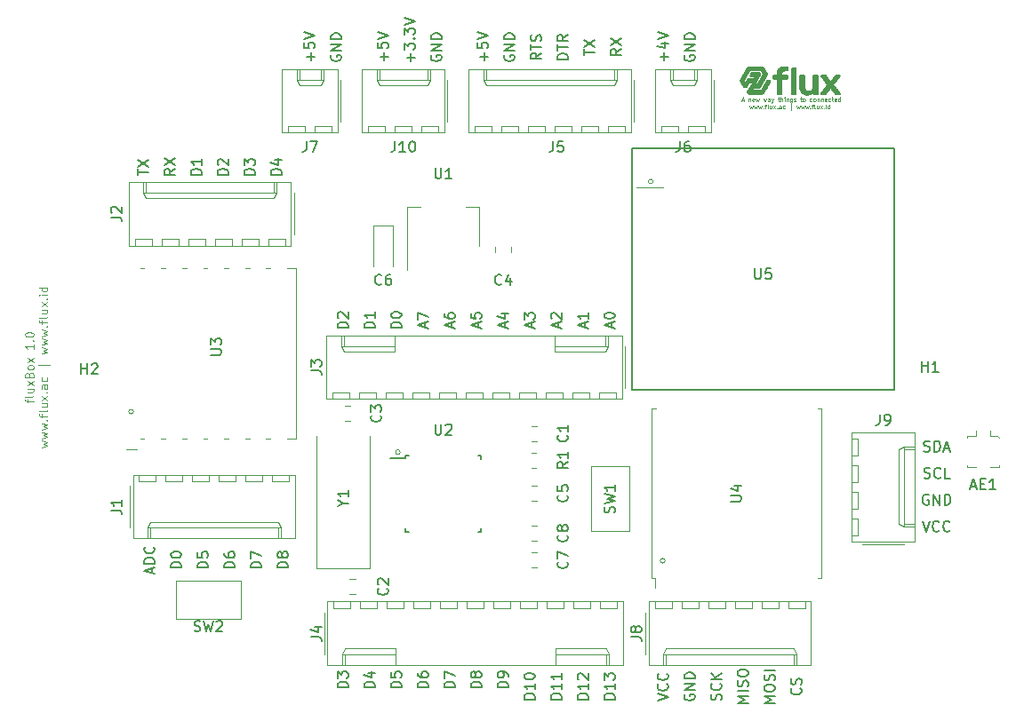
<source format=gbr>
%TF.GenerationSoftware,KiCad,Pcbnew,(5.1.9)-1*%
%TF.CreationDate,2021-09-13T16:04:34+07:00*%
%TF.ProjectId,Nano X ESP V3,4e616e6f-2058-4204-9553-502056332e6b,rev?*%
%TF.SameCoordinates,Original*%
%TF.FileFunction,Legend,Top*%
%TF.FilePolarity,Positive*%
%FSLAX46Y46*%
G04 Gerber Fmt 4.6, Leading zero omitted, Abs format (unit mm)*
G04 Created by KiCad (PCBNEW (5.1.9)-1) date 2021-09-13 16:04:34*
%MOMM*%
%LPD*%
G01*
G04 APERTURE LIST*
%ADD10C,0.100000*%
%ADD11C,0.120000*%
%ADD12C,0.125000*%
%ADD13C,0.150000*%
%ADD14C,0.010000*%
%ADD15C,0.075000*%
G04 APERTURE END LIST*
D10*
X158423607Y-99800000D02*
G75*
G03*
X158423607Y-99800000I-223607J0D01*
G01*
X159550000Y-135950000D02*
G75*
G03*
X159550000Y-135950000I-223607J0D01*
G01*
X134323607Y-125600000D02*
G75*
G03*
X134323607Y-125600000I-223607J0D01*
G01*
X108923607Y-121750000D02*
G75*
G03*
X108923607Y-121750000I-223607J0D01*
G01*
D11*
X156845000Y-100330000D02*
X159385000Y-100330000D01*
D12*
X98861071Y-120865476D02*
X98861071Y-120560714D01*
X99394404Y-120751190D02*
X98708690Y-120751190D01*
X98632500Y-120713095D01*
X98594404Y-120636904D01*
X98594404Y-120560714D01*
X99394404Y-120179761D02*
X99356309Y-120255952D01*
X99280119Y-120294047D01*
X98594404Y-120294047D01*
X98861071Y-119532142D02*
X99394404Y-119532142D01*
X98861071Y-119875000D02*
X99280119Y-119875000D01*
X99356309Y-119836904D01*
X99394404Y-119760714D01*
X99394404Y-119646428D01*
X99356309Y-119570238D01*
X99318214Y-119532142D01*
X99394404Y-119227380D02*
X98861071Y-118808333D01*
X98861071Y-119227380D02*
X99394404Y-118808333D01*
X98975357Y-118236904D02*
X99013452Y-118122619D01*
X99051547Y-118084523D01*
X99127738Y-118046428D01*
X99242023Y-118046428D01*
X99318214Y-118084523D01*
X99356309Y-118122619D01*
X99394404Y-118198809D01*
X99394404Y-118503571D01*
X98594404Y-118503571D01*
X98594404Y-118236904D01*
X98632500Y-118160714D01*
X98670595Y-118122619D01*
X98746785Y-118084523D01*
X98822976Y-118084523D01*
X98899166Y-118122619D01*
X98937261Y-118160714D01*
X98975357Y-118236904D01*
X98975357Y-118503571D01*
X99394404Y-117589285D02*
X99356309Y-117665476D01*
X99318214Y-117703571D01*
X99242023Y-117741666D01*
X99013452Y-117741666D01*
X98937261Y-117703571D01*
X98899166Y-117665476D01*
X98861071Y-117589285D01*
X98861071Y-117475000D01*
X98899166Y-117398809D01*
X98937261Y-117360714D01*
X99013452Y-117322619D01*
X99242023Y-117322619D01*
X99318214Y-117360714D01*
X99356309Y-117398809D01*
X99394404Y-117475000D01*
X99394404Y-117589285D01*
X99394404Y-117055952D02*
X98861071Y-116636904D01*
X98861071Y-117055952D02*
X99394404Y-116636904D01*
X99394404Y-115303571D02*
X99394404Y-115760714D01*
X99394404Y-115532142D02*
X98594404Y-115532142D01*
X98708690Y-115608333D01*
X98784880Y-115684523D01*
X98822976Y-115760714D01*
X99318214Y-114960714D02*
X99356309Y-114922619D01*
X99394404Y-114960714D01*
X99356309Y-114998809D01*
X99318214Y-114960714D01*
X99394404Y-114960714D01*
X98594404Y-114427380D02*
X98594404Y-114351190D01*
X98632500Y-114275000D01*
X98670595Y-114236904D01*
X98746785Y-114198809D01*
X98899166Y-114160714D01*
X99089642Y-114160714D01*
X99242023Y-114198809D01*
X99318214Y-114236904D01*
X99356309Y-114275000D01*
X99394404Y-114351190D01*
X99394404Y-114427380D01*
X99356309Y-114503571D01*
X99318214Y-114541666D01*
X99242023Y-114579761D01*
X99089642Y-114617857D01*
X98899166Y-114617857D01*
X98746785Y-114579761D01*
X98670595Y-114541666D01*
X98632500Y-114503571D01*
X98594404Y-114427380D01*
X100186071Y-125132142D02*
X100719404Y-124979761D01*
X100338452Y-124827380D01*
X100719404Y-124675000D01*
X100186071Y-124522619D01*
X100186071Y-124294047D02*
X100719404Y-124141666D01*
X100338452Y-123989285D01*
X100719404Y-123836904D01*
X100186071Y-123684523D01*
X100186071Y-123455952D02*
X100719404Y-123303571D01*
X100338452Y-123151190D01*
X100719404Y-122998809D01*
X100186071Y-122846428D01*
X100643214Y-122541666D02*
X100681309Y-122503571D01*
X100719404Y-122541666D01*
X100681309Y-122579761D01*
X100643214Y-122541666D01*
X100719404Y-122541666D01*
X100186071Y-122275000D02*
X100186071Y-121970238D01*
X100719404Y-122160714D02*
X100033690Y-122160714D01*
X99957500Y-122122619D01*
X99919404Y-122046428D01*
X99919404Y-121970238D01*
X100719404Y-121589285D02*
X100681309Y-121665476D01*
X100605119Y-121703571D01*
X99919404Y-121703571D01*
X100186071Y-120941666D02*
X100719404Y-120941666D01*
X100186071Y-121284523D02*
X100605119Y-121284523D01*
X100681309Y-121246428D01*
X100719404Y-121170238D01*
X100719404Y-121055952D01*
X100681309Y-120979761D01*
X100643214Y-120941666D01*
X100719404Y-120636904D02*
X100186071Y-120217857D01*
X100186071Y-120636904D02*
X100719404Y-120217857D01*
X100643214Y-119913095D02*
X100681309Y-119875000D01*
X100719404Y-119913095D01*
X100681309Y-119951190D01*
X100643214Y-119913095D01*
X100719404Y-119913095D01*
X100719404Y-119189285D02*
X100300357Y-119189285D01*
X100224166Y-119227380D01*
X100186071Y-119303571D01*
X100186071Y-119455952D01*
X100224166Y-119532142D01*
X100681309Y-119189285D02*
X100719404Y-119265476D01*
X100719404Y-119455952D01*
X100681309Y-119532142D01*
X100605119Y-119570238D01*
X100528928Y-119570238D01*
X100452738Y-119532142D01*
X100414642Y-119455952D01*
X100414642Y-119265476D01*
X100376547Y-119189285D01*
X100681309Y-118465476D02*
X100719404Y-118541666D01*
X100719404Y-118694047D01*
X100681309Y-118770238D01*
X100643214Y-118808333D01*
X100567023Y-118846428D01*
X100338452Y-118846428D01*
X100262261Y-118808333D01*
X100224166Y-118770238D01*
X100186071Y-118694047D01*
X100186071Y-118541666D01*
X100224166Y-118465476D01*
X100986071Y-117322619D02*
X99843214Y-117322619D01*
X100186071Y-116217857D02*
X100719404Y-116065476D01*
X100338452Y-115913095D01*
X100719404Y-115760714D01*
X100186071Y-115608333D01*
X100186071Y-115379761D02*
X100719404Y-115227380D01*
X100338452Y-115075000D01*
X100719404Y-114922619D01*
X100186071Y-114770238D01*
X100186071Y-114541666D02*
X100719404Y-114389285D01*
X100338452Y-114236904D01*
X100719404Y-114084523D01*
X100186071Y-113932142D01*
X100643214Y-113627380D02*
X100681309Y-113589285D01*
X100719404Y-113627380D01*
X100681309Y-113665476D01*
X100643214Y-113627380D01*
X100719404Y-113627380D01*
X100186071Y-113360714D02*
X100186071Y-113055952D01*
X100719404Y-113246428D02*
X100033690Y-113246428D01*
X99957500Y-113208333D01*
X99919404Y-113132142D01*
X99919404Y-113055952D01*
X100719404Y-112675000D02*
X100681309Y-112751190D01*
X100605119Y-112789285D01*
X99919404Y-112789285D01*
X100186071Y-112027380D02*
X100719404Y-112027380D01*
X100186071Y-112370238D02*
X100605119Y-112370238D01*
X100681309Y-112332142D01*
X100719404Y-112255952D01*
X100719404Y-112141666D01*
X100681309Y-112065476D01*
X100643214Y-112027380D01*
X100719404Y-111722619D02*
X100186071Y-111303571D01*
X100186071Y-111722619D02*
X100719404Y-111303571D01*
X100643214Y-110998809D02*
X100681309Y-110960714D01*
X100719404Y-110998809D01*
X100681309Y-111036904D01*
X100643214Y-110998809D01*
X100719404Y-110998809D01*
X100719404Y-110617857D02*
X100186071Y-110617857D01*
X99919404Y-110617857D02*
X99957500Y-110655952D01*
X99995595Y-110617857D01*
X99957500Y-110579761D01*
X99919404Y-110617857D01*
X99995595Y-110617857D01*
X100719404Y-109894047D02*
X99919404Y-109894047D01*
X100681309Y-109894047D02*
X100719404Y-109970238D01*
X100719404Y-110122619D01*
X100681309Y-110198809D01*
X100643214Y-110236904D01*
X100567023Y-110275000D01*
X100338452Y-110275000D01*
X100262261Y-110236904D01*
X100224166Y-110198809D01*
X100186071Y-110122619D01*
X100186071Y-109970238D01*
X100224166Y-109894047D01*
D13*
X129357380Y-113768095D02*
X128357380Y-113768095D01*
X128357380Y-113530000D01*
X128405000Y-113387142D01*
X128500238Y-113291904D01*
X128595476Y-113244285D01*
X128785952Y-113196666D01*
X128928809Y-113196666D01*
X129119285Y-113244285D01*
X129214523Y-113291904D01*
X129309761Y-113387142D01*
X129357380Y-113530000D01*
X129357380Y-113768095D01*
X128452619Y-112815714D02*
X128405000Y-112768095D01*
X128357380Y-112672857D01*
X128357380Y-112434761D01*
X128405000Y-112339523D01*
X128452619Y-112291904D01*
X128547857Y-112244285D01*
X128643095Y-112244285D01*
X128785952Y-112291904D01*
X129357380Y-112863333D01*
X129357380Y-112244285D01*
X184205714Y-125499761D02*
X184348571Y-125547380D01*
X184586666Y-125547380D01*
X184681904Y-125499761D01*
X184729523Y-125452142D01*
X184777142Y-125356904D01*
X184777142Y-125261666D01*
X184729523Y-125166428D01*
X184681904Y-125118809D01*
X184586666Y-125071190D01*
X184396190Y-125023571D01*
X184300952Y-124975952D01*
X184253333Y-124928333D01*
X184205714Y-124833095D01*
X184205714Y-124737857D01*
X184253333Y-124642619D01*
X184300952Y-124595000D01*
X184396190Y-124547380D01*
X184634285Y-124547380D01*
X184777142Y-124595000D01*
X185205714Y-125547380D02*
X185205714Y-124547380D01*
X185443809Y-124547380D01*
X185586666Y-124595000D01*
X185681904Y-124690238D01*
X185729523Y-124785476D01*
X185777142Y-124975952D01*
X185777142Y-125118809D01*
X185729523Y-125309285D01*
X185681904Y-125404523D01*
X185586666Y-125499761D01*
X185443809Y-125547380D01*
X185205714Y-125547380D01*
X186158095Y-125261666D02*
X186634285Y-125261666D01*
X186062857Y-125547380D02*
X186396190Y-124547380D01*
X186729523Y-125547380D01*
X172442142Y-148121666D02*
X172489761Y-148169285D01*
X172537380Y-148312142D01*
X172537380Y-148407380D01*
X172489761Y-148550238D01*
X172394523Y-148645476D01*
X172299285Y-148693095D01*
X172108809Y-148740714D01*
X171965952Y-148740714D01*
X171775476Y-148693095D01*
X171680238Y-148645476D01*
X171585000Y-148550238D01*
X171537380Y-148407380D01*
X171537380Y-148312142D01*
X171585000Y-148169285D01*
X171632619Y-148121666D01*
X172489761Y-147740714D02*
X172537380Y-147597857D01*
X172537380Y-147359761D01*
X172489761Y-147264523D01*
X172442142Y-147216904D01*
X172346904Y-147169285D01*
X172251666Y-147169285D01*
X172156428Y-147216904D01*
X172108809Y-147264523D01*
X172061190Y-147359761D01*
X172013571Y-147550238D01*
X171965952Y-147645476D01*
X171918333Y-147693095D01*
X171823095Y-147740714D01*
X171727857Y-147740714D01*
X171632619Y-147693095D01*
X171585000Y-147645476D01*
X171537380Y-147550238D01*
X171537380Y-147312142D01*
X171585000Y-147169285D01*
X169997380Y-149526428D02*
X168997380Y-149526428D01*
X169711666Y-149193095D01*
X168997380Y-148859761D01*
X169997380Y-148859761D01*
X168997380Y-148193095D02*
X168997380Y-148002619D01*
X169045000Y-147907380D01*
X169140238Y-147812142D01*
X169330714Y-147764523D01*
X169664047Y-147764523D01*
X169854523Y-147812142D01*
X169949761Y-147907380D01*
X169997380Y-148002619D01*
X169997380Y-148193095D01*
X169949761Y-148288333D01*
X169854523Y-148383571D01*
X169664047Y-148431190D01*
X169330714Y-148431190D01*
X169140238Y-148383571D01*
X169045000Y-148288333D01*
X168997380Y-148193095D01*
X169949761Y-147383571D02*
X169997380Y-147240714D01*
X169997380Y-147002619D01*
X169949761Y-146907380D01*
X169902142Y-146859761D01*
X169806904Y-146812142D01*
X169711666Y-146812142D01*
X169616428Y-146859761D01*
X169568809Y-146907380D01*
X169521190Y-147002619D01*
X169473571Y-147193095D01*
X169425952Y-147288333D01*
X169378333Y-147335952D01*
X169283095Y-147383571D01*
X169187857Y-147383571D01*
X169092619Y-147335952D01*
X169045000Y-147288333D01*
X168997380Y-147193095D01*
X168997380Y-146955000D01*
X169045000Y-146812142D01*
X169997380Y-146383571D02*
X168997380Y-146383571D01*
X167457380Y-149526428D02*
X166457380Y-149526428D01*
X167171666Y-149193095D01*
X166457380Y-148859761D01*
X167457380Y-148859761D01*
X167457380Y-148383571D02*
X166457380Y-148383571D01*
X167409761Y-147955000D02*
X167457380Y-147812142D01*
X167457380Y-147574047D01*
X167409761Y-147478809D01*
X167362142Y-147431190D01*
X167266904Y-147383571D01*
X167171666Y-147383571D01*
X167076428Y-147431190D01*
X167028809Y-147478809D01*
X166981190Y-147574047D01*
X166933571Y-147764523D01*
X166885952Y-147859761D01*
X166838333Y-147907380D01*
X166743095Y-147955000D01*
X166647857Y-147955000D01*
X166552619Y-147907380D01*
X166505000Y-147859761D01*
X166457380Y-147764523D01*
X166457380Y-147526428D01*
X166505000Y-147383571D01*
X166457380Y-146764523D02*
X166457380Y-146574047D01*
X166505000Y-146478809D01*
X166600238Y-146383571D01*
X166790714Y-146335952D01*
X167124047Y-146335952D01*
X167314523Y-146383571D01*
X167409761Y-146478809D01*
X167457380Y-146574047D01*
X167457380Y-146764523D01*
X167409761Y-146859761D01*
X167314523Y-146955000D01*
X167124047Y-147002619D01*
X166790714Y-147002619D01*
X166600238Y-146955000D01*
X166505000Y-146859761D01*
X166457380Y-146764523D01*
X164869761Y-149240714D02*
X164917380Y-149097857D01*
X164917380Y-148859761D01*
X164869761Y-148764523D01*
X164822142Y-148716904D01*
X164726904Y-148669285D01*
X164631666Y-148669285D01*
X164536428Y-148716904D01*
X164488809Y-148764523D01*
X164441190Y-148859761D01*
X164393571Y-149050238D01*
X164345952Y-149145476D01*
X164298333Y-149193095D01*
X164203095Y-149240714D01*
X164107857Y-149240714D01*
X164012619Y-149193095D01*
X163965000Y-149145476D01*
X163917380Y-149050238D01*
X163917380Y-148812142D01*
X163965000Y-148669285D01*
X164822142Y-147669285D02*
X164869761Y-147716904D01*
X164917380Y-147859761D01*
X164917380Y-147955000D01*
X164869761Y-148097857D01*
X164774523Y-148193095D01*
X164679285Y-148240714D01*
X164488809Y-148288333D01*
X164345952Y-148288333D01*
X164155476Y-148240714D01*
X164060238Y-148193095D01*
X163965000Y-148097857D01*
X163917380Y-147955000D01*
X163917380Y-147859761D01*
X163965000Y-147716904D01*
X164012619Y-147669285D01*
X164917380Y-147240714D02*
X163917380Y-147240714D01*
X164917380Y-146669285D02*
X164345952Y-147097857D01*
X163917380Y-146669285D02*
X164488809Y-147240714D01*
X161425000Y-148716904D02*
X161377380Y-148812142D01*
X161377380Y-148955000D01*
X161425000Y-149097857D01*
X161520238Y-149193095D01*
X161615476Y-149240714D01*
X161805952Y-149288333D01*
X161948809Y-149288333D01*
X162139285Y-149240714D01*
X162234523Y-149193095D01*
X162329761Y-149097857D01*
X162377380Y-148955000D01*
X162377380Y-148859761D01*
X162329761Y-148716904D01*
X162282142Y-148669285D01*
X161948809Y-148669285D01*
X161948809Y-148859761D01*
X162377380Y-148240714D02*
X161377380Y-148240714D01*
X162377380Y-147669285D01*
X161377380Y-147669285D01*
X162377380Y-147193095D02*
X161377380Y-147193095D01*
X161377380Y-146955000D01*
X161425000Y-146812142D01*
X161520238Y-146716904D01*
X161615476Y-146669285D01*
X161805952Y-146621666D01*
X161948809Y-146621666D01*
X162139285Y-146669285D01*
X162234523Y-146716904D01*
X162329761Y-146812142D01*
X162377380Y-146955000D01*
X162377380Y-147193095D01*
X158837380Y-149288333D02*
X159837380Y-148955000D01*
X158837380Y-148621666D01*
X159742142Y-147716904D02*
X159789761Y-147764523D01*
X159837380Y-147907380D01*
X159837380Y-148002619D01*
X159789761Y-148145476D01*
X159694523Y-148240714D01*
X159599285Y-148288333D01*
X159408809Y-148335952D01*
X159265952Y-148335952D01*
X159075476Y-148288333D01*
X158980238Y-148240714D01*
X158885000Y-148145476D01*
X158837380Y-148002619D01*
X158837380Y-147907380D01*
X158885000Y-147764523D01*
X158932619Y-147716904D01*
X159742142Y-146716904D02*
X159789761Y-146764523D01*
X159837380Y-146907380D01*
X159837380Y-147002619D01*
X159789761Y-147145476D01*
X159694523Y-147240714D01*
X159599285Y-147288333D01*
X159408809Y-147335952D01*
X159265952Y-147335952D01*
X159075476Y-147288333D01*
X158980238Y-147240714D01*
X158885000Y-147145476D01*
X158837380Y-147002619D01*
X158837380Y-146907380D01*
X158885000Y-146764523D01*
X158932619Y-146716904D01*
X184658095Y-129675000D02*
X184562857Y-129627380D01*
X184420000Y-129627380D01*
X184277142Y-129675000D01*
X184181904Y-129770238D01*
X184134285Y-129865476D01*
X184086666Y-130055952D01*
X184086666Y-130198809D01*
X184134285Y-130389285D01*
X184181904Y-130484523D01*
X184277142Y-130579761D01*
X184420000Y-130627380D01*
X184515238Y-130627380D01*
X184658095Y-130579761D01*
X184705714Y-130532142D01*
X184705714Y-130198809D01*
X184515238Y-130198809D01*
X185134285Y-130627380D02*
X185134285Y-129627380D01*
X185705714Y-130627380D01*
X185705714Y-129627380D01*
X186181904Y-130627380D02*
X186181904Y-129627380D01*
X186420000Y-129627380D01*
X186562857Y-129675000D01*
X186658095Y-129770238D01*
X186705714Y-129865476D01*
X186753333Y-130055952D01*
X186753333Y-130198809D01*
X186705714Y-130389285D01*
X186658095Y-130484523D01*
X186562857Y-130579761D01*
X186420000Y-130627380D01*
X186181904Y-130627380D01*
X184086666Y-132167380D02*
X184420000Y-133167380D01*
X184753333Y-132167380D01*
X185658095Y-133072142D02*
X185610476Y-133119761D01*
X185467619Y-133167380D01*
X185372380Y-133167380D01*
X185229523Y-133119761D01*
X185134285Y-133024523D01*
X185086666Y-132929285D01*
X185039047Y-132738809D01*
X185039047Y-132595952D01*
X185086666Y-132405476D01*
X185134285Y-132310238D01*
X185229523Y-132215000D01*
X185372380Y-132167380D01*
X185467619Y-132167380D01*
X185610476Y-132215000D01*
X185658095Y-132262619D01*
X186658095Y-133072142D02*
X186610476Y-133119761D01*
X186467619Y-133167380D01*
X186372380Y-133167380D01*
X186229523Y-133119761D01*
X186134285Y-133024523D01*
X186086666Y-132929285D01*
X186039047Y-132738809D01*
X186039047Y-132595952D01*
X186086666Y-132405476D01*
X186134285Y-132310238D01*
X186229523Y-132215000D01*
X186372380Y-132167380D01*
X186467619Y-132167380D01*
X186610476Y-132215000D01*
X186658095Y-132262619D01*
X132786428Y-88280714D02*
X132786428Y-87518809D01*
X133167380Y-87899761D02*
X132405476Y-87899761D01*
X132167380Y-86566428D02*
X132167380Y-87042619D01*
X132643571Y-87090238D01*
X132595952Y-87042619D01*
X132548333Y-86947380D01*
X132548333Y-86709285D01*
X132595952Y-86614047D01*
X132643571Y-86566428D01*
X132738809Y-86518809D01*
X132976904Y-86518809D01*
X133072142Y-86566428D01*
X133119761Y-86614047D01*
X133167380Y-86709285D01*
X133167380Y-86947380D01*
X133119761Y-87042619D01*
X133072142Y-87090238D01*
X132167380Y-86233095D02*
X133167380Y-85899761D01*
X132167380Y-85566428D01*
X135326428Y-88360000D02*
X135326428Y-87598095D01*
X135707380Y-87979047D02*
X134945476Y-87979047D01*
X134707380Y-87217142D02*
X134707380Y-86598095D01*
X135088333Y-86931428D01*
X135088333Y-86788571D01*
X135135952Y-86693333D01*
X135183571Y-86645714D01*
X135278809Y-86598095D01*
X135516904Y-86598095D01*
X135612142Y-86645714D01*
X135659761Y-86693333D01*
X135707380Y-86788571D01*
X135707380Y-87074285D01*
X135659761Y-87169523D01*
X135612142Y-87217142D01*
X135612142Y-86169523D02*
X135659761Y-86121904D01*
X135707380Y-86169523D01*
X135659761Y-86217142D01*
X135612142Y-86169523D01*
X135707380Y-86169523D01*
X134707380Y-85788571D02*
X134707380Y-85169523D01*
X135088333Y-85502857D01*
X135088333Y-85360000D01*
X135135952Y-85264761D01*
X135183571Y-85217142D01*
X135278809Y-85169523D01*
X135516904Y-85169523D01*
X135612142Y-85217142D01*
X135659761Y-85264761D01*
X135707380Y-85360000D01*
X135707380Y-85645714D01*
X135659761Y-85740952D01*
X135612142Y-85788571D01*
X134707380Y-84883809D02*
X135707380Y-84550476D01*
X134707380Y-84217142D01*
X137295000Y-87756904D02*
X137247380Y-87852142D01*
X137247380Y-87995000D01*
X137295000Y-88137857D01*
X137390238Y-88233095D01*
X137485476Y-88280714D01*
X137675952Y-88328333D01*
X137818809Y-88328333D01*
X138009285Y-88280714D01*
X138104523Y-88233095D01*
X138199761Y-88137857D01*
X138247380Y-87995000D01*
X138247380Y-87899761D01*
X138199761Y-87756904D01*
X138152142Y-87709285D01*
X137818809Y-87709285D01*
X137818809Y-87899761D01*
X138247380Y-87280714D02*
X137247380Y-87280714D01*
X138247380Y-86709285D01*
X137247380Y-86709285D01*
X138247380Y-86233095D02*
X137247380Y-86233095D01*
X137247380Y-85995000D01*
X137295000Y-85852142D01*
X137390238Y-85756904D01*
X137485476Y-85709285D01*
X137675952Y-85661666D01*
X137818809Y-85661666D01*
X138009285Y-85709285D01*
X138104523Y-85756904D01*
X138199761Y-85852142D01*
X138247380Y-85995000D01*
X138247380Y-86233095D01*
X161425000Y-87756904D02*
X161377380Y-87852142D01*
X161377380Y-87995000D01*
X161425000Y-88137857D01*
X161520238Y-88233095D01*
X161615476Y-88280714D01*
X161805952Y-88328333D01*
X161948809Y-88328333D01*
X162139285Y-88280714D01*
X162234523Y-88233095D01*
X162329761Y-88137857D01*
X162377380Y-87995000D01*
X162377380Y-87899761D01*
X162329761Y-87756904D01*
X162282142Y-87709285D01*
X161948809Y-87709285D01*
X161948809Y-87899761D01*
X162377380Y-87280714D02*
X161377380Y-87280714D01*
X162377380Y-86709285D01*
X161377380Y-86709285D01*
X162377380Y-86233095D02*
X161377380Y-86233095D01*
X161377380Y-85995000D01*
X161425000Y-85852142D01*
X161520238Y-85756904D01*
X161615476Y-85709285D01*
X161805952Y-85661666D01*
X161948809Y-85661666D01*
X162139285Y-85709285D01*
X162234523Y-85756904D01*
X162329761Y-85852142D01*
X162377380Y-85995000D01*
X162377380Y-86233095D01*
X159456428Y-88280714D02*
X159456428Y-87518809D01*
X159837380Y-87899761D02*
X159075476Y-87899761D01*
X159170714Y-86614047D02*
X159837380Y-86614047D01*
X158789761Y-86852142D02*
X159504047Y-87090238D01*
X159504047Y-86471190D01*
X158837380Y-86233095D02*
X159837380Y-85899761D01*
X158837380Y-85566428D01*
X127770000Y-87756904D02*
X127722380Y-87852142D01*
X127722380Y-87995000D01*
X127770000Y-88137857D01*
X127865238Y-88233095D01*
X127960476Y-88280714D01*
X128150952Y-88328333D01*
X128293809Y-88328333D01*
X128484285Y-88280714D01*
X128579523Y-88233095D01*
X128674761Y-88137857D01*
X128722380Y-87995000D01*
X128722380Y-87899761D01*
X128674761Y-87756904D01*
X128627142Y-87709285D01*
X128293809Y-87709285D01*
X128293809Y-87899761D01*
X128722380Y-87280714D02*
X127722380Y-87280714D01*
X128722380Y-86709285D01*
X127722380Y-86709285D01*
X128722380Y-86233095D02*
X127722380Y-86233095D01*
X127722380Y-85995000D01*
X127770000Y-85852142D01*
X127865238Y-85756904D01*
X127960476Y-85709285D01*
X128150952Y-85661666D01*
X128293809Y-85661666D01*
X128484285Y-85709285D01*
X128579523Y-85756904D01*
X128674761Y-85852142D01*
X128722380Y-85995000D01*
X128722380Y-86233095D01*
X125801428Y-88280714D02*
X125801428Y-87518809D01*
X126182380Y-87899761D02*
X125420476Y-87899761D01*
X125182380Y-86566428D02*
X125182380Y-87042619D01*
X125658571Y-87090238D01*
X125610952Y-87042619D01*
X125563333Y-86947380D01*
X125563333Y-86709285D01*
X125610952Y-86614047D01*
X125658571Y-86566428D01*
X125753809Y-86518809D01*
X125991904Y-86518809D01*
X126087142Y-86566428D01*
X126134761Y-86614047D01*
X126182380Y-86709285D01*
X126182380Y-86947380D01*
X126134761Y-87042619D01*
X126087142Y-87090238D01*
X125182380Y-86233095D02*
X126182380Y-85899761D01*
X125182380Y-85566428D01*
X123007380Y-99163095D02*
X122007380Y-99163095D01*
X122007380Y-98925000D01*
X122055000Y-98782142D01*
X122150238Y-98686904D01*
X122245476Y-98639285D01*
X122435952Y-98591666D01*
X122578809Y-98591666D01*
X122769285Y-98639285D01*
X122864523Y-98686904D01*
X122959761Y-98782142D01*
X123007380Y-98925000D01*
X123007380Y-99163095D01*
X122340714Y-97734523D02*
X123007380Y-97734523D01*
X121959761Y-97972619D02*
X122674047Y-98210714D01*
X122674047Y-97591666D01*
X120467380Y-99163095D02*
X119467380Y-99163095D01*
X119467380Y-98925000D01*
X119515000Y-98782142D01*
X119610238Y-98686904D01*
X119705476Y-98639285D01*
X119895952Y-98591666D01*
X120038809Y-98591666D01*
X120229285Y-98639285D01*
X120324523Y-98686904D01*
X120419761Y-98782142D01*
X120467380Y-98925000D01*
X120467380Y-99163095D01*
X119467380Y-98258333D02*
X119467380Y-97639285D01*
X119848333Y-97972619D01*
X119848333Y-97829761D01*
X119895952Y-97734523D01*
X119943571Y-97686904D01*
X120038809Y-97639285D01*
X120276904Y-97639285D01*
X120372142Y-97686904D01*
X120419761Y-97734523D01*
X120467380Y-97829761D01*
X120467380Y-98115476D01*
X120419761Y-98210714D01*
X120372142Y-98258333D01*
X117927380Y-99163095D02*
X116927380Y-99163095D01*
X116927380Y-98925000D01*
X116975000Y-98782142D01*
X117070238Y-98686904D01*
X117165476Y-98639285D01*
X117355952Y-98591666D01*
X117498809Y-98591666D01*
X117689285Y-98639285D01*
X117784523Y-98686904D01*
X117879761Y-98782142D01*
X117927380Y-98925000D01*
X117927380Y-99163095D01*
X117022619Y-98210714D02*
X116975000Y-98163095D01*
X116927380Y-98067857D01*
X116927380Y-97829761D01*
X116975000Y-97734523D01*
X117022619Y-97686904D01*
X117117857Y-97639285D01*
X117213095Y-97639285D01*
X117355952Y-97686904D01*
X117927380Y-98258333D01*
X117927380Y-97639285D01*
X115387380Y-99163095D02*
X114387380Y-99163095D01*
X114387380Y-98925000D01*
X114435000Y-98782142D01*
X114530238Y-98686904D01*
X114625476Y-98639285D01*
X114815952Y-98591666D01*
X114958809Y-98591666D01*
X115149285Y-98639285D01*
X115244523Y-98686904D01*
X115339761Y-98782142D01*
X115387380Y-98925000D01*
X115387380Y-99163095D01*
X115387380Y-97639285D02*
X115387380Y-98210714D01*
X115387380Y-97925000D02*
X114387380Y-97925000D01*
X114530238Y-98020238D01*
X114625476Y-98115476D01*
X114673095Y-98210714D01*
X112847380Y-98591666D02*
X112371190Y-98925000D01*
X112847380Y-99163095D02*
X111847380Y-99163095D01*
X111847380Y-98782142D01*
X111895000Y-98686904D01*
X111942619Y-98639285D01*
X112037857Y-98591666D01*
X112180714Y-98591666D01*
X112275952Y-98639285D01*
X112323571Y-98686904D01*
X112371190Y-98782142D01*
X112371190Y-99163095D01*
X111847380Y-98258333D02*
X112847380Y-97591666D01*
X111847380Y-97591666D02*
X112847380Y-98258333D01*
X109307380Y-99186904D02*
X109307380Y-98615476D01*
X110307380Y-98901190D02*
X109307380Y-98901190D01*
X109307380Y-98377380D02*
X110307380Y-97710714D01*
X109307380Y-97710714D02*
X110307380Y-98377380D01*
X123642380Y-136628095D02*
X122642380Y-136628095D01*
X122642380Y-136390000D01*
X122690000Y-136247142D01*
X122785238Y-136151904D01*
X122880476Y-136104285D01*
X123070952Y-136056666D01*
X123213809Y-136056666D01*
X123404285Y-136104285D01*
X123499523Y-136151904D01*
X123594761Y-136247142D01*
X123642380Y-136390000D01*
X123642380Y-136628095D01*
X123070952Y-135485238D02*
X123023333Y-135580476D01*
X122975714Y-135628095D01*
X122880476Y-135675714D01*
X122832857Y-135675714D01*
X122737619Y-135628095D01*
X122690000Y-135580476D01*
X122642380Y-135485238D01*
X122642380Y-135294761D01*
X122690000Y-135199523D01*
X122737619Y-135151904D01*
X122832857Y-135104285D01*
X122880476Y-135104285D01*
X122975714Y-135151904D01*
X123023333Y-135199523D01*
X123070952Y-135294761D01*
X123070952Y-135485238D01*
X123118571Y-135580476D01*
X123166190Y-135628095D01*
X123261428Y-135675714D01*
X123451904Y-135675714D01*
X123547142Y-135628095D01*
X123594761Y-135580476D01*
X123642380Y-135485238D01*
X123642380Y-135294761D01*
X123594761Y-135199523D01*
X123547142Y-135151904D01*
X123451904Y-135104285D01*
X123261428Y-135104285D01*
X123166190Y-135151904D01*
X123118571Y-135199523D01*
X123070952Y-135294761D01*
X121102380Y-136628095D02*
X120102380Y-136628095D01*
X120102380Y-136390000D01*
X120150000Y-136247142D01*
X120245238Y-136151904D01*
X120340476Y-136104285D01*
X120530952Y-136056666D01*
X120673809Y-136056666D01*
X120864285Y-136104285D01*
X120959523Y-136151904D01*
X121054761Y-136247142D01*
X121102380Y-136390000D01*
X121102380Y-136628095D01*
X120102380Y-135723333D02*
X120102380Y-135056666D01*
X121102380Y-135485238D01*
X118562380Y-136628095D02*
X117562380Y-136628095D01*
X117562380Y-136390000D01*
X117610000Y-136247142D01*
X117705238Y-136151904D01*
X117800476Y-136104285D01*
X117990952Y-136056666D01*
X118133809Y-136056666D01*
X118324285Y-136104285D01*
X118419523Y-136151904D01*
X118514761Y-136247142D01*
X118562380Y-136390000D01*
X118562380Y-136628095D01*
X117562380Y-135199523D02*
X117562380Y-135390000D01*
X117610000Y-135485238D01*
X117657619Y-135532857D01*
X117800476Y-135628095D01*
X117990952Y-135675714D01*
X118371904Y-135675714D01*
X118467142Y-135628095D01*
X118514761Y-135580476D01*
X118562380Y-135485238D01*
X118562380Y-135294761D01*
X118514761Y-135199523D01*
X118467142Y-135151904D01*
X118371904Y-135104285D01*
X118133809Y-135104285D01*
X118038571Y-135151904D01*
X117990952Y-135199523D01*
X117943333Y-135294761D01*
X117943333Y-135485238D01*
X117990952Y-135580476D01*
X118038571Y-135628095D01*
X118133809Y-135675714D01*
X116022380Y-136628095D02*
X115022380Y-136628095D01*
X115022380Y-136390000D01*
X115070000Y-136247142D01*
X115165238Y-136151904D01*
X115260476Y-136104285D01*
X115450952Y-136056666D01*
X115593809Y-136056666D01*
X115784285Y-136104285D01*
X115879523Y-136151904D01*
X115974761Y-136247142D01*
X116022380Y-136390000D01*
X116022380Y-136628095D01*
X115022380Y-135151904D02*
X115022380Y-135628095D01*
X115498571Y-135675714D01*
X115450952Y-135628095D01*
X115403333Y-135532857D01*
X115403333Y-135294761D01*
X115450952Y-135199523D01*
X115498571Y-135151904D01*
X115593809Y-135104285D01*
X115831904Y-135104285D01*
X115927142Y-135151904D01*
X115974761Y-135199523D01*
X116022380Y-135294761D01*
X116022380Y-135532857D01*
X115974761Y-135628095D01*
X115927142Y-135675714D01*
X113482380Y-136628095D02*
X112482380Y-136628095D01*
X112482380Y-136390000D01*
X112530000Y-136247142D01*
X112625238Y-136151904D01*
X112720476Y-136104285D01*
X112910952Y-136056666D01*
X113053809Y-136056666D01*
X113244285Y-136104285D01*
X113339523Y-136151904D01*
X113434761Y-136247142D01*
X113482380Y-136390000D01*
X113482380Y-136628095D01*
X112482380Y-135437619D02*
X112482380Y-135342380D01*
X112530000Y-135247142D01*
X112577619Y-135199523D01*
X112672857Y-135151904D01*
X112863333Y-135104285D01*
X113101428Y-135104285D01*
X113291904Y-135151904D01*
X113387142Y-135199523D01*
X113434761Y-135247142D01*
X113482380Y-135342380D01*
X113482380Y-135437619D01*
X113434761Y-135532857D01*
X113387142Y-135580476D01*
X113291904Y-135628095D01*
X113101428Y-135675714D01*
X112863333Y-135675714D01*
X112672857Y-135628095D01*
X112577619Y-135580476D01*
X112530000Y-135532857D01*
X112482380Y-135437619D01*
X155392380Y-87161666D02*
X154916190Y-87495000D01*
X155392380Y-87733095D02*
X154392380Y-87733095D01*
X154392380Y-87352142D01*
X154440000Y-87256904D01*
X154487619Y-87209285D01*
X154582857Y-87161666D01*
X154725714Y-87161666D01*
X154820952Y-87209285D01*
X154868571Y-87256904D01*
X154916190Y-87352142D01*
X154916190Y-87733095D01*
X154392380Y-86828333D02*
X155392380Y-86161666D01*
X154392380Y-86161666D02*
X155392380Y-86828333D01*
X151852380Y-87756904D02*
X151852380Y-87185476D01*
X152852380Y-87471190D02*
X151852380Y-87471190D01*
X151852380Y-86947380D02*
X152852380Y-86280714D01*
X151852380Y-86280714D02*
X152852380Y-86947380D01*
X147772380Y-87542619D02*
X147296190Y-87875952D01*
X147772380Y-88114047D02*
X146772380Y-88114047D01*
X146772380Y-87733095D01*
X146820000Y-87637857D01*
X146867619Y-87590238D01*
X146962857Y-87542619D01*
X147105714Y-87542619D01*
X147200952Y-87590238D01*
X147248571Y-87637857D01*
X147296190Y-87733095D01*
X147296190Y-88114047D01*
X146772380Y-87256904D02*
X146772380Y-86685476D01*
X147772380Y-86971190D02*
X146772380Y-86971190D01*
X147724761Y-86399761D02*
X147772380Y-86256904D01*
X147772380Y-86018809D01*
X147724761Y-85923571D01*
X147677142Y-85875952D01*
X147581904Y-85828333D01*
X147486666Y-85828333D01*
X147391428Y-85875952D01*
X147343809Y-85923571D01*
X147296190Y-86018809D01*
X147248571Y-86209285D01*
X147200952Y-86304523D01*
X147153333Y-86352142D01*
X147058095Y-86399761D01*
X146962857Y-86399761D01*
X146867619Y-86352142D01*
X146820000Y-86304523D01*
X146772380Y-86209285D01*
X146772380Y-85971190D01*
X146820000Y-85828333D01*
X150312380Y-88137857D02*
X149312380Y-88137857D01*
X149312380Y-87899761D01*
X149360000Y-87756904D01*
X149455238Y-87661666D01*
X149550476Y-87614047D01*
X149740952Y-87566428D01*
X149883809Y-87566428D01*
X150074285Y-87614047D01*
X150169523Y-87661666D01*
X150264761Y-87756904D01*
X150312380Y-87899761D01*
X150312380Y-88137857D01*
X149312380Y-87280714D02*
X149312380Y-86709285D01*
X150312380Y-86995000D02*
X149312380Y-86995000D01*
X150312380Y-85804523D02*
X149836190Y-86137857D01*
X150312380Y-86375952D02*
X149312380Y-86375952D01*
X149312380Y-85995000D01*
X149360000Y-85899761D01*
X149407619Y-85852142D01*
X149502857Y-85804523D01*
X149645714Y-85804523D01*
X149740952Y-85852142D01*
X149788571Y-85899761D01*
X149836190Y-85995000D01*
X149836190Y-86375952D01*
X142311428Y-88280714D02*
X142311428Y-87518809D01*
X142692380Y-87899761D02*
X141930476Y-87899761D01*
X141692380Y-86566428D02*
X141692380Y-87042619D01*
X142168571Y-87090238D01*
X142120952Y-87042619D01*
X142073333Y-86947380D01*
X142073333Y-86709285D01*
X142120952Y-86614047D01*
X142168571Y-86566428D01*
X142263809Y-86518809D01*
X142501904Y-86518809D01*
X142597142Y-86566428D01*
X142644761Y-86614047D01*
X142692380Y-86709285D01*
X142692380Y-86947380D01*
X142644761Y-87042619D01*
X142597142Y-87090238D01*
X141692380Y-86233095D02*
X142692380Y-85899761D01*
X141692380Y-85566428D01*
X144280000Y-87756904D02*
X144232380Y-87852142D01*
X144232380Y-87995000D01*
X144280000Y-88137857D01*
X144375238Y-88233095D01*
X144470476Y-88280714D01*
X144660952Y-88328333D01*
X144803809Y-88328333D01*
X144994285Y-88280714D01*
X145089523Y-88233095D01*
X145184761Y-88137857D01*
X145232380Y-87995000D01*
X145232380Y-87899761D01*
X145184761Y-87756904D01*
X145137142Y-87709285D01*
X144803809Y-87709285D01*
X144803809Y-87899761D01*
X145232380Y-87280714D02*
X144232380Y-87280714D01*
X145232380Y-86709285D01*
X144232380Y-86709285D01*
X145232380Y-86233095D02*
X144232380Y-86233095D01*
X144232380Y-85995000D01*
X144280000Y-85852142D01*
X144375238Y-85756904D01*
X144470476Y-85709285D01*
X144660952Y-85661666D01*
X144803809Y-85661666D01*
X144994285Y-85709285D01*
X145089523Y-85756904D01*
X145184761Y-85852142D01*
X145232380Y-85995000D01*
X145232380Y-86233095D01*
X184229523Y-128039761D02*
X184372380Y-128087380D01*
X184610476Y-128087380D01*
X184705714Y-128039761D01*
X184753333Y-127992142D01*
X184800952Y-127896904D01*
X184800952Y-127801666D01*
X184753333Y-127706428D01*
X184705714Y-127658809D01*
X184610476Y-127611190D01*
X184420000Y-127563571D01*
X184324761Y-127515952D01*
X184277142Y-127468333D01*
X184229523Y-127373095D01*
X184229523Y-127277857D01*
X184277142Y-127182619D01*
X184324761Y-127135000D01*
X184420000Y-127087380D01*
X184658095Y-127087380D01*
X184800952Y-127135000D01*
X185800952Y-127992142D02*
X185753333Y-128039761D01*
X185610476Y-128087380D01*
X185515238Y-128087380D01*
X185372380Y-128039761D01*
X185277142Y-127944523D01*
X185229523Y-127849285D01*
X185181904Y-127658809D01*
X185181904Y-127515952D01*
X185229523Y-127325476D01*
X185277142Y-127230238D01*
X185372380Y-127135000D01*
X185515238Y-127087380D01*
X185610476Y-127087380D01*
X185753333Y-127135000D01*
X185800952Y-127182619D01*
X186705714Y-128087380D02*
X186229523Y-128087380D01*
X186229523Y-127087380D01*
X154471666Y-113744285D02*
X154471666Y-113268095D01*
X154757380Y-113839523D02*
X153757380Y-113506190D01*
X154757380Y-113172857D01*
X153757380Y-112649047D02*
X153757380Y-112553809D01*
X153805000Y-112458571D01*
X153852619Y-112410952D01*
X153947857Y-112363333D01*
X154138333Y-112315714D01*
X154376428Y-112315714D01*
X154566904Y-112363333D01*
X154662142Y-112410952D01*
X154709761Y-112458571D01*
X154757380Y-112553809D01*
X154757380Y-112649047D01*
X154709761Y-112744285D01*
X154662142Y-112791904D01*
X154566904Y-112839523D01*
X154376428Y-112887142D01*
X154138333Y-112887142D01*
X153947857Y-112839523D01*
X153852619Y-112791904D01*
X153805000Y-112744285D01*
X153757380Y-112649047D01*
X151931666Y-113744285D02*
X151931666Y-113268095D01*
X152217380Y-113839523D02*
X151217380Y-113506190D01*
X152217380Y-113172857D01*
X152217380Y-112315714D02*
X152217380Y-112887142D01*
X152217380Y-112601428D02*
X151217380Y-112601428D01*
X151360238Y-112696666D01*
X151455476Y-112791904D01*
X151503095Y-112887142D01*
X149391666Y-113744285D02*
X149391666Y-113268095D01*
X149677380Y-113839523D02*
X148677380Y-113506190D01*
X149677380Y-113172857D01*
X148772619Y-112887142D02*
X148725000Y-112839523D01*
X148677380Y-112744285D01*
X148677380Y-112506190D01*
X148725000Y-112410952D01*
X148772619Y-112363333D01*
X148867857Y-112315714D01*
X148963095Y-112315714D01*
X149105952Y-112363333D01*
X149677380Y-112934761D01*
X149677380Y-112315714D01*
X146851666Y-113744285D02*
X146851666Y-113268095D01*
X147137380Y-113839523D02*
X146137380Y-113506190D01*
X147137380Y-113172857D01*
X146137380Y-112934761D02*
X146137380Y-112315714D01*
X146518333Y-112649047D01*
X146518333Y-112506190D01*
X146565952Y-112410952D01*
X146613571Y-112363333D01*
X146708809Y-112315714D01*
X146946904Y-112315714D01*
X147042142Y-112363333D01*
X147089761Y-112410952D01*
X147137380Y-112506190D01*
X147137380Y-112791904D01*
X147089761Y-112887142D01*
X147042142Y-112934761D01*
X144311666Y-113744285D02*
X144311666Y-113268095D01*
X144597380Y-113839523D02*
X143597380Y-113506190D01*
X144597380Y-113172857D01*
X143930714Y-112410952D02*
X144597380Y-112410952D01*
X143549761Y-112649047D02*
X144264047Y-112887142D01*
X144264047Y-112268095D01*
X141771666Y-113744285D02*
X141771666Y-113268095D01*
X142057380Y-113839523D02*
X141057380Y-113506190D01*
X142057380Y-113172857D01*
X141057380Y-112363333D02*
X141057380Y-112839523D01*
X141533571Y-112887142D01*
X141485952Y-112839523D01*
X141438333Y-112744285D01*
X141438333Y-112506190D01*
X141485952Y-112410952D01*
X141533571Y-112363333D01*
X141628809Y-112315714D01*
X141866904Y-112315714D01*
X141962142Y-112363333D01*
X142009761Y-112410952D01*
X142057380Y-112506190D01*
X142057380Y-112744285D01*
X142009761Y-112839523D01*
X141962142Y-112887142D01*
X139231666Y-113744285D02*
X139231666Y-113268095D01*
X139517380Y-113839523D02*
X138517380Y-113506190D01*
X139517380Y-113172857D01*
X138517380Y-112410952D02*
X138517380Y-112601428D01*
X138565000Y-112696666D01*
X138612619Y-112744285D01*
X138755476Y-112839523D01*
X138945952Y-112887142D01*
X139326904Y-112887142D01*
X139422142Y-112839523D01*
X139469761Y-112791904D01*
X139517380Y-112696666D01*
X139517380Y-112506190D01*
X139469761Y-112410952D01*
X139422142Y-112363333D01*
X139326904Y-112315714D01*
X139088809Y-112315714D01*
X138993571Y-112363333D01*
X138945952Y-112410952D01*
X138898333Y-112506190D01*
X138898333Y-112696666D01*
X138945952Y-112791904D01*
X138993571Y-112839523D01*
X139088809Y-112887142D01*
X136691666Y-113744285D02*
X136691666Y-113268095D01*
X136977380Y-113839523D02*
X135977380Y-113506190D01*
X136977380Y-113172857D01*
X135977380Y-112934761D02*
X135977380Y-112268095D01*
X136977380Y-112696666D01*
X134437380Y-113768095D02*
X133437380Y-113768095D01*
X133437380Y-113530000D01*
X133485000Y-113387142D01*
X133580238Y-113291904D01*
X133675476Y-113244285D01*
X133865952Y-113196666D01*
X134008809Y-113196666D01*
X134199285Y-113244285D01*
X134294523Y-113291904D01*
X134389761Y-113387142D01*
X134437380Y-113530000D01*
X134437380Y-113768095D01*
X133437380Y-112577619D02*
X133437380Y-112482380D01*
X133485000Y-112387142D01*
X133532619Y-112339523D01*
X133627857Y-112291904D01*
X133818333Y-112244285D01*
X134056428Y-112244285D01*
X134246904Y-112291904D01*
X134342142Y-112339523D01*
X134389761Y-112387142D01*
X134437380Y-112482380D01*
X134437380Y-112577619D01*
X134389761Y-112672857D01*
X134342142Y-112720476D01*
X134246904Y-112768095D01*
X134056428Y-112815714D01*
X133818333Y-112815714D01*
X133627857Y-112768095D01*
X133532619Y-112720476D01*
X133485000Y-112672857D01*
X133437380Y-112577619D01*
X131897380Y-113768095D02*
X130897380Y-113768095D01*
X130897380Y-113530000D01*
X130945000Y-113387142D01*
X131040238Y-113291904D01*
X131135476Y-113244285D01*
X131325952Y-113196666D01*
X131468809Y-113196666D01*
X131659285Y-113244285D01*
X131754523Y-113291904D01*
X131849761Y-113387142D01*
X131897380Y-113530000D01*
X131897380Y-113768095D01*
X131897380Y-112244285D02*
X131897380Y-112815714D01*
X131897380Y-112530000D02*
X130897380Y-112530000D01*
X131040238Y-112625238D01*
X131135476Y-112720476D01*
X131183095Y-112815714D01*
X154757380Y-149169285D02*
X153757380Y-149169285D01*
X153757380Y-148931190D01*
X153805000Y-148788333D01*
X153900238Y-148693095D01*
X153995476Y-148645476D01*
X154185952Y-148597857D01*
X154328809Y-148597857D01*
X154519285Y-148645476D01*
X154614523Y-148693095D01*
X154709761Y-148788333D01*
X154757380Y-148931190D01*
X154757380Y-149169285D01*
X154757380Y-147645476D02*
X154757380Y-148216904D01*
X154757380Y-147931190D02*
X153757380Y-147931190D01*
X153900238Y-148026428D01*
X153995476Y-148121666D01*
X154043095Y-148216904D01*
X153757380Y-147312142D02*
X153757380Y-146693095D01*
X154138333Y-147026428D01*
X154138333Y-146883571D01*
X154185952Y-146788333D01*
X154233571Y-146740714D01*
X154328809Y-146693095D01*
X154566904Y-146693095D01*
X154662142Y-146740714D01*
X154709761Y-146788333D01*
X154757380Y-146883571D01*
X154757380Y-147169285D01*
X154709761Y-147264523D01*
X154662142Y-147312142D01*
X152217380Y-149169285D02*
X151217380Y-149169285D01*
X151217380Y-148931190D01*
X151265000Y-148788333D01*
X151360238Y-148693095D01*
X151455476Y-148645476D01*
X151645952Y-148597857D01*
X151788809Y-148597857D01*
X151979285Y-148645476D01*
X152074523Y-148693095D01*
X152169761Y-148788333D01*
X152217380Y-148931190D01*
X152217380Y-149169285D01*
X152217380Y-147645476D02*
X152217380Y-148216904D01*
X152217380Y-147931190D02*
X151217380Y-147931190D01*
X151360238Y-148026428D01*
X151455476Y-148121666D01*
X151503095Y-148216904D01*
X151312619Y-147264523D02*
X151265000Y-147216904D01*
X151217380Y-147121666D01*
X151217380Y-146883571D01*
X151265000Y-146788333D01*
X151312619Y-146740714D01*
X151407857Y-146693095D01*
X151503095Y-146693095D01*
X151645952Y-146740714D01*
X152217380Y-147312142D01*
X152217380Y-146693095D01*
X149677380Y-149169285D02*
X148677380Y-149169285D01*
X148677380Y-148931190D01*
X148725000Y-148788333D01*
X148820238Y-148693095D01*
X148915476Y-148645476D01*
X149105952Y-148597857D01*
X149248809Y-148597857D01*
X149439285Y-148645476D01*
X149534523Y-148693095D01*
X149629761Y-148788333D01*
X149677380Y-148931190D01*
X149677380Y-149169285D01*
X149677380Y-147645476D02*
X149677380Y-148216904D01*
X149677380Y-147931190D02*
X148677380Y-147931190D01*
X148820238Y-148026428D01*
X148915476Y-148121666D01*
X148963095Y-148216904D01*
X149677380Y-146693095D02*
X149677380Y-147264523D01*
X149677380Y-146978809D02*
X148677380Y-146978809D01*
X148820238Y-147074047D01*
X148915476Y-147169285D01*
X148963095Y-147264523D01*
X147137380Y-149169285D02*
X146137380Y-149169285D01*
X146137380Y-148931190D01*
X146185000Y-148788333D01*
X146280238Y-148693095D01*
X146375476Y-148645476D01*
X146565952Y-148597857D01*
X146708809Y-148597857D01*
X146899285Y-148645476D01*
X146994523Y-148693095D01*
X147089761Y-148788333D01*
X147137380Y-148931190D01*
X147137380Y-149169285D01*
X147137380Y-147645476D02*
X147137380Y-148216904D01*
X147137380Y-147931190D02*
X146137380Y-147931190D01*
X146280238Y-148026428D01*
X146375476Y-148121666D01*
X146423095Y-148216904D01*
X146137380Y-147026428D02*
X146137380Y-146931190D01*
X146185000Y-146835952D01*
X146232619Y-146788333D01*
X146327857Y-146740714D01*
X146518333Y-146693095D01*
X146756428Y-146693095D01*
X146946904Y-146740714D01*
X147042142Y-146788333D01*
X147089761Y-146835952D01*
X147137380Y-146931190D01*
X147137380Y-147026428D01*
X147089761Y-147121666D01*
X147042142Y-147169285D01*
X146946904Y-147216904D01*
X146756428Y-147264523D01*
X146518333Y-147264523D01*
X146327857Y-147216904D01*
X146232619Y-147169285D01*
X146185000Y-147121666D01*
X146137380Y-147026428D01*
X144597380Y-148058095D02*
X143597380Y-148058095D01*
X143597380Y-147820000D01*
X143645000Y-147677142D01*
X143740238Y-147581904D01*
X143835476Y-147534285D01*
X144025952Y-147486666D01*
X144168809Y-147486666D01*
X144359285Y-147534285D01*
X144454523Y-147581904D01*
X144549761Y-147677142D01*
X144597380Y-147820000D01*
X144597380Y-148058095D01*
X144597380Y-147010476D02*
X144597380Y-146820000D01*
X144549761Y-146724761D01*
X144502142Y-146677142D01*
X144359285Y-146581904D01*
X144168809Y-146534285D01*
X143787857Y-146534285D01*
X143692619Y-146581904D01*
X143645000Y-146629523D01*
X143597380Y-146724761D01*
X143597380Y-146915238D01*
X143645000Y-147010476D01*
X143692619Y-147058095D01*
X143787857Y-147105714D01*
X144025952Y-147105714D01*
X144121190Y-147058095D01*
X144168809Y-147010476D01*
X144216428Y-146915238D01*
X144216428Y-146724761D01*
X144168809Y-146629523D01*
X144121190Y-146581904D01*
X144025952Y-146534285D01*
X142057380Y-148058095D02*
X141057380Y-148058095D01*
X141057380Y-147820000D01*
X141105000Y-147677142D01*
X141200238Y-147581904D01*
X141295476Y-147534285D01*
X141485952Y-147486666D01*
X141628809Y-147486666D01*
X141819285Y-147534285D01*
X141914523Y-147581904D01*
X142009761Y-147677142D01*
X142057380Y-147820000D01*
X142057380Y-148058095D01*
X141485952Y-146915238D02*
X141438333Y-147010476D01*
X141390714Y-147058095D01*
X141295476Y-147105714D01*
X141247857Y-147105714D01*
X141152619Y-147058095D01*
X141105000Y-147010476D01*
X141057380Y-146915238D01*
X141057380Y-146724761D01*
X141105000Y-146629523D01*
X141152619Y-146581904D01*
X141247857Y-146534285D01*
X141295476Y-146534285D01*
X141390714Y-146581904D01*
X141438333Y-146629523D01*
X141485952Y-146724761D01*
X141485952Y-146915238D01*
X141533571Y-147010476D01*
X141581190Y-147058095D01*
X141676428Y-147105714D01*
X141866904Y-147105714D01*
X141962142Y-147058095D01*
X142009761Y-147010476D01*
X142057380Y-146915238D01*
X142057380Y-146724761D01*
X142009761Y-146629523D01*
X141962142Y-146581904D01*
X141866904Y-146534285D01*
X141676428Y-146534285D01*
X141581190Y-146581904D01*
X141533571Y-146629523D01*
X141485952Y-146724761D01*
X139517380Y-148058095D02*
X138517380Y-148058095D01*
X138517380Y-147820000D01*
X138565000Y-147677142D01*
X138660238Y-147581904D01*
X138755476Y-147534285D01*
X138945952Y-147486666D01*
X139088809Y-147486666D01*
X139279285Y-147534285D01*
X139374523Y-147581904D01*
X139469761Y-147677142D01*
X139517380Y-147820000D01*
X139517380Y-148058095D01*
X138517380Y-147153333D02*
X138517380Y-146486666D01*
X139517380Y-146915238D01*
X136977380Y-148058095D02*
X135977380Y-148058095D01*
X135977380Y-147820000D01*
X136025000Y-147677142D01*
X136120238Y-147581904D01*
X136215476Y-147534285D01*
X136405952Y-147486666D01*
X136548809Y-147486666D01*
X136739285Y-147534285D01*
X136834523Y-147581904D01*
X136929761Y-147677142D01*
X136977380Y-147820000D01*
X136977380Y-148058095D01*
X135977380Y-146629523D02*
X135977380Y-146820000D01*
X136025000Y-146915238D01*
X136072619Y-146962857D01*
X136215476Y-147058095D01*
X136405952Y-147105714D01*
X136786904Y-147105714D01*
X136882142Y-147058095D01*
X136929761Y-147010476D01*
X136977380Y-146915238D01*
X136977380Y-146724761D01*
X136929761Y-146629523D01*
X136882142Y-146581904D01*
X136786904Y-146534285D01*
X136548809Y-146534285D01*
X136453571Y-146581904D01*
X136405952Y-146629523D01*
X136358333Y-146724761D01*
X136358333Y-146915238D01*
X136405952Y-147010476D01*
X136453571Y-147058095D01*
X136548809Y-147105714D01*
X134437380Y-148058095D02*
X133437380Y-148058095D01*
X133437380Y-147820000D01*
X133485000Y-147677142D01*
X133580238Y-147581904D01*
X133675476Y-147534285D01*
X133865952Y-147486666D01*
X134008809Y-147486666D01*
X134199285Y-147534285D01*
X134294523Y-147581904D01*
X134389761Y-147677142D01*
X134437380Y-147820000D01*
X134437380Y-148058095D01*
X133437380Y-146581904D02*
X133437380Y-147058095D01*
X133913571Y-147105714D01*
X133865952Y-147058095D01*
X133818333Y-146962857D01*
X133818333Y-146724761D01*
X133865952Y-146629523D01*
X133913571Y-146581904D01*
X134008809Y-146534285D01*
X134246904Y-146534285D01*
X134342142Y-146581904D01*
X134389761Y-146629523D01*
X134437380Y-146724761D01*
X134437380Y-146962857D01*
X134389761Y-147058095D01*
X134342142Y-147105714D01*
X131897380Y-148058095D02*
X130897380Y-148058095D01*
X130897380Y-147820000D01*
X130945000Y-147677142D01*
X131040238Y-147581904D01*
X131135476Y-147534285D01*
X131325952Y-147486666D01*
X131468809Y-147486666D01*
X131659285Y-147534285D01*
X131754523Y-147581904D01*
X131849761Y-147677142D01*
X131897380Y-147820000D01*
X131897380Y-148058095D01*
X131230714Y-146629523D02*
X131897380Y-146629523D01*
X130849761Y-146867619D02*
X131564047Y-147105714D01*
X131564047Y-146486666D01*
X129357380Y-148058095D02*
X128357380Y-148058095D01*
X128357380Y-147820000D01*
X128405000Y-147677142D01*
X128500238Y-147581904D01*
X128595476Y-147534285D01*
X128785952Y-147486666D01*
X128928809Y-147486666D01*
X129119285Y-147534285D01*
X129214523Y-147581904D01*
X129309761Y-147677142D01*
X129357380Y-147820000D01*
X129357380Y-148058095D01*
X128357380Y-147153333D02*
X128357380Y-146534285D01*
X128738333Y-146867619D01*
X128738333Y-146724761D01*
X128785952Y-146629523D01*
X128833571Y-146581904D01*
X128928809Y-146534285D01*
X129166904Y-146534285D01*
X129262142Y-146581904D01*
X129309761Y-146629523D01*
X129357380Y-146724761D01*
X129357380Y-147010476D01*
X129309761Y-147105714D01*
X129262142Y-147153333D01*
X110656666Y-137128095D02*
X110656666Y-136651904D01*
X110942380Y-137223333D02*
X109942380Y-136890000D01*
X110942380Y-136556666D01*
X110942380Y-136223333D02*
X109942380Y-136223333D01*
X109942380Y-135985238D01*
X109990000Y-135842380D01*
X110085238Y-135747142D01*
X110180476Y-135699523D01*
X110370952Y-135651904D01*
X110513809Y-135651904D01*
X110704285Y-135699523D01*
X110799523Y-135747142D01*
X110894761Y-135842380D01*
X110942380Y-135985238D01*
X110942380Y-136223333D01*
X110847142Y-134651904D02*
X110894761Y-134699523D01*
X110942380Y-134842380D01*
X110942380Y-134937619D01*
X110894761Y-135080476D01*
X110799523Y-135175714D01*
X110704285Y-135223333D01*
X110513809Y-135270952D01*
X110370952Y-135270952D01*
X110180476Y-135223333D01*
X110085238Y-135175714D01*
X109990000Y-135080476D01*
X109942380Y-134937619D01*
X109942380Y-134842380D01*
X109990000Y-134699523D01*
X110037619Y-134651904D01*
D11*
%TO.C,U3*%
X109965000Y-108085000D02*
X109565000Y-108085000D01*
X109965000Y-124325000D02*
X109565000Y-124325000D01*
X111965000Y-108085000D02*
X111565000Y-108085000D01*
X111965000Y-124325000D02*
X111565000Y-124325000D01*
X113965000Y-108085000D02*
X113565000Y-108085000D01*
X113965000Y-124325000D02*
X113565000Y-124325000D01*
X115965000Y-108085000D02*
X115565000Y-108085000D01*
X115965000Y-124325000D02*
X115565000Y-124325000D01*
X117965000Y-108085000D02*
X117565000Y-108085000D01*
X117965000Y-124325000D02*
X117565000Y-124325000D01*
X119965000Y-108085000D02*
X119565000Y-108085000D01*
X119965000Y-124325000D02*
X119565000Y-124325000D01*
X121965000Y-108085000D02*
X121565000Y-108085000D01*
X121965000Y-124325000D02*
X121565000Y-124325000D01*
X108265000Y-125355000D02*
X109265000Y-125355000D01*
X124385000Y-124325000D02*
X123565000Y-124325000D01*
X124385000Y-108085000D02*
X124385000Y-124325000D01*
X123565000Y-108085000D02*
X124385000Y-108085000D01*
%TO.C,C4*%
X143410000Y-106538752D02*
X143410000Y-106016248D01*
X144880000Y-106538752D02*
X144880000Y-106016248D01*
%TO.C,U1*%
X141840000Y-102205000D02*
X140580000Y-102205000D01*
X135020000Y-102205000D02*
X136280000Y-102205000D01*
X141840000Y-105965000D02*
X141840000Y-102205000D01*
X135020000Y-108215000D02*
X135020000Y-102205000D01*
%TO.C,R1*%
X147277064Y-125630000D02*
X146822936Y-125630000D01*
X147277064Y-127100000D02*
X146822936Y-127100000D01*
%TO.C,U4*%
X158620000Y-137640000D02*
X158620000Y-138540000D01*
X158270000Y-137640000D02*
X158620000Y-137640000D01*
X174470000Y-121440000D02*
X174070000Y-121440000D01*
X174470000Y-137640000D02*
X174470000Y-121440000D01*
X174070000Y-137640000D02*
X174470000Y-137640000D01*
X158270000Y-121440000D02*
X158670000Y-121440000D01*
X158270000Y-137640000D02*
X158270000Y-121440000D01*
%TO.C,C2*%
X129511248Y-137695000D02*
X130033752Y-137695000D01*
X129511248Y-139165000D02*
X130033752Y-139165000D01*
%TO.C,C1*%
X147348752Y-124560000D02*
X146826248Y-124560000D01*
X147348752Y-123090000D02*
X146826248Y-123090000D01*
%TO.C,C3*%
X129568752Y-121185000D02*
X129046248Y-121185000D01*
X129568752Y-122655000D02*
X129046248Y-122655000D01*
%TO.C,C5*%
X146826248Y-130275000D02*
X147348752Y-130275000D01*
X146826248Y-128805000D02*
X147348752Y-128805000D01*
D13*
%TO.C,U2*%
X134805000Y-125915000D02*
X134805000Y-126140000D01*
X142055000Y-125915000D02*
X142055000Y-126240000D01*
X142055000Y-133165000D02*
X142055000Y-132840000D01*
X134805000Y-133165000D02*
X134805000Y-132840000D01*
X134805000Y-125915000D02*
X135130000Y-125915000D01*
X134805000Y-133165000D02*
X135130000Y-133165000D01*
X142055000Y-133165000D02*
X141730000Y-133165000D01*
X142055000Y-125915000D02*
X141730000Y-125915000D01*
X134805000Y-126140000D02*
X133380000Y-126140000D01*
D11*
%TO.C,SW1*%
X152495000Y-126970000D02*
X156115000Y-126970000D01*
X152495000Y-133090000D02*
X152495000Y-126970000D01*
X156115000Y-133090000D02*
X152495000Y-133090000D01*
X156115000Y-126970000D02*
X156115000Y-133090000D01*
%TO.C,SW2*%
X119120000Y-137890000D02*
X119120000Y-141510000D01*
X113000000Y-137890000D02*
X119120000Y-137890000D01*
X113000000Y-141510000D02*
X113000000Y-137890000D01*
X119120000Y-141510000D02*
X113000000Y-141510000D01*
%TO.C,AE1*%
X191365000Y-127025000D02*
X190565000Y-127025000D01*
X191365000Y-126825000D02*
X191365000Y-127025000D01*
X188365000Y-127025000D02*
X188365000Y-126825000D01*
X189165000Y-127025000D02*
X188365000Y-127025000D01*
X188365000Y-124025000D02*
X189165000Y-124025000D01*
X188365000Y-124225000D02*
X188365000Y-124025000D01*
X191165000Y-124025000D02*
X191365000Y-124225000D01*
X190565000Y-124025000D02*
X191165000Y-124025000D01*
X190565000Y-124025000D02*
X190565000Y-123525000D01*
X189165000Y-124025000D02*
X189165000Y-123525000D01*
%TO.C,C7*%
X146826248Y-135155000D02*
X147348752Y-135155000D01*
X146826248Y-136625000D02*
X147348752Y-136625000D01*
%TO.C,C8*%
X146826248Y-132615000D02*
X147348752Y-132615000D01*
X146826248Y-134085000D02*
X147348752Y-134085000D01*
%TO.C,Y1*%
X126355000Y-124080000D02*
X126355000Y-136680000D01*
X126355000Y-136680000D02*
X131455000Y-136680000D01*
X131455000Y-136680000D02*
X131455000Y-124080000D01*
D13*
%TO.C,U5*%
X181365000Y-96640000D02*
X181365000Y-119640000D01*
X181365000Y-96640000D02*
X156365000Y-96640000D01*
X156365000Y-96640000D02*
X156365000Y-119640000D01*
X156365000Y-119640000D02*
X181365000Y-119640000D01*
D11*
%TO.C,J1*%
X108870000Y-127780000D02*
X108870000Y-133800000D01*
X108870000Y-133800000D02*
X124330000Y-133800000D01*
X124330000Y-133800000D02*
X124330000Y-127780000D01*
X124330000Y-127780000D02*
X108870000Y-127780000D01*
X108580000Y-128810000D02*
X108580000Y-132810000D01*
X110250000Y-133800000D02*
X110250000Y-132800000D01*
X110250000Y-132800000D02*
X122950000Y-132800000D01*
X122950000Y-132800000D02*
X122950000Y-133800000D01*
X110250000Y-132800000D02*
X110500000Y-132270000D01*
X110500000Y-132270000D02*
X122700000Y-132270000D01*
X122700000Y-132270000D02*
X122950000Y-132800000D01*
X110500000Y-133800000D02*
X110500000Y-132800000D01*
X122700000Y-133800000D02*
X122700000Y-132800000D01*
X109450000Y-127780000D02*
X109450000Y-128380000D01*
X109450000Y-128380000D02*
X111050000Y-128380000D01*
X111050000Y-128380000D02*
X111050000Y-127780000D01*
X111990000Y-127780000D02*
X111990000Y-128380000D01*
X111990000Y-128380000D02*
X113590000Y-128380000D01*
X113590000Y-128380000D02*
X113590000Y-127780000D01*
X114530000Y-127780000D02*
X114530000Y-128380000D01*
X114530000Y-128380000D02*
X116130000Y-128380000D01*
X116130000Y-128380000D02*
X116130000Y-127780000D01*
X117070000Y-127780000D02*
X117070000Y-128380000D01*
X117070000Y-128380000D02*
X118670000Y-128380000D01*
X118670000Y-128380000D02*
X118670000Y-127780000D01*
X119610000Y-127780000D02*
X119610000Y-128380000D01*
X119610000Y-128380000D02*
X121210000Y-128380000D01*
X121210000Y-128380000D02*
X121210000Y-127780000D01*
X122150000Y-127780000D02*
X122150000Y-128380000D01*
X122150000Y-128380000D02*
X123750000Y-128380000D01*
X123750000Y-128380000D02*
X123750000Y-127780000D01*
%TO.C,J3*%
X127900000Y-119905000D02*
X127900000Y-120505000D01*
X129500000Y-119905000D02*
X127900000Y-119905000D01*
X129500000Y-120505000D02*
X129500000Y-119905000D01*
X130440000Y-119905000D02*
X130440000Y-120505000D01*
X132040000Y-119905000D02*
X130440000Y-119905000D01*
X132040000Y-120505000D02*
X132040000Y-119905000D01*
X132980000Y-119905000D02*
X132980000Y-120505000D01*
X134580000Y-119905000D02*
X132980000Y-119905000D01*
X134580000Y-120505000D02*
X134580000Y-119905000D01*
X135520000Y-119905000D02*
X135520000Y-120505000D01*
X137120000Y-119905000D02*
X135520000Y-119905000D01*
X137120000Y-120505000D02*
X137120000Y-119905000D01*
X138060000Y-119905000D02*
X138060000Y-120505000D01*
X139660000Y-119905000D02*
X138060000Y-119905000D01*
X139660000Y-120505000D02*
X139660000Y-119905000D01*
X140600000Y-119905000D02*
X140600000Y-120505000D01*
X142200000Y-119905000D02*
X140600000Y-119905000D01*
X142200000Y-120505000D02*
X142200000Y-119905000D01*
X143140000Y-119905000D02*
X143140000Y-120505000D01*
X144740000Y-119905000D02*
X143140000Y-119905000D01*
X144740000Y-120505000D02*
X144740000Y-119905000D01*
X145680000Y-119905000D02*
X145680000Y-120505000D01*
X147280000Y-119905000D02*
X145680000Y-119905000D01*
X147280000Y-120505000D02*
X147280000Y-119905000D01*
X148220000Y-119905000D02*
X148220000Y-120505000D01*
X149820000Y-119905000D02*
X148220000Y-119905000D01*
X149820000Y-120505000D02*
X149820000Y-119905000D01*
X150760000Y-119905000D02*
X150760000Y-120505000D01*
X152360000Y-119905000D02*
X150760000Y-119905000D01*
X152360000Y-120505000D02*
X152360000Y-119905000D01*
X153300000Y-119905000D02*
X153300000Y-120505000D01*
X154900000Y-119905000D02*
X153300000Y-119905000D01*
X154900000Y-120505000D02*
X154900000Y-119905000D01*
X128950000Y-114485000D02*
X128950000Y-115485000D01*
X133780000Y-116015000D02*
X133780000Y-115485000D01*
X128950000Y-116015000D02*
X133780000Y-116015000D01*
X128700000Y-115485000D02*
X128950000Y-116015000D01*
X133780000Y-115485000D02*
X133780000Y-114485000D01*
X128700000Y-115485000D02*
X133780000Y-115485000D01*
X128700000Y-114485000D02*
X128700000Y-115485000D01*
X153850000Y-114485000D02*
X153850000Y-115485000D01*
X149020000Y-116015000D02*
X149020000Y-115485000D01*
X153850000Y-116015000D02*
X149020000Y-116015000D01*
X154100000Y-115485000D02*
X153850000Y-116015000D01*
X149020000Y-115485000D02*
X149020000Y-114485000D01*
X154100000Y-115485000D02*
X149020000Y-115485000D01*
X154100000Y-114485000D02*
X154100000Y-115485000D01*
X155770000Y-119475000D02*
X155770000Y-115475000D01*
X127320000Y-120505000D02*
X155480000Y-120505000D01*
X127320000Y-114485000D02*
X127320000Y-120505000D01*
X155480000Y-114485000D02*
X127320000Y-114485000D01*
X155480000Y-120505000D02*
X155480000Y-114485000D01*
%TO.C,J2*%
X109055000Y-105300000D02*
X109055000Y-105900000D01*
X110655000Y-105300000D02*
X109055000Y-105300000D01*
X110655000Y-105900000D02*
X110655000Y-105300000D01*
X111595000Y-105300000D02*
X111595000Y-105900000D01*
X113195000Y-105300000D02*
X111595000Y-105300000D01*
X113195000Y-105900000D02*
X113195000Y-105300000D01*
X114135000Y-105300000D02*
X114135000Y-105900000D01*
X115735000Y-105300000D02*
X114135000Y-105300000D01*
X115735000Y-105900000D02*
X115735000Y-105300000D01*
X116675000Y-105300000D02*
X116675000Y-105900000D01*
X118275000Y-105300000D02*
X116675000Y-105300000D01*
X118275000Y-105900000D02*
X118275000Y-105300000D01*
X119215000Y-105300000D02*
X119215000Y-105900000D01*
X120815000Y-105300000D02*
X119215000Y-105300000D01*
X120815000Y-105900000D02*
X120815000Y-105300000D01*
X121755000Y-105300000D02*
X121755000Y-105900000D01*
X123355000Y-105300000D02*
X121755000Y-105300000D01*
X123355000Y-105900000D02*
X123355000Y-105300000D01*
X110105000Y-99880000D02*
X110105000Y-100880000D01*
X122305000Y-99880000D02*
X122305000Y-100880000D01*
X110105000Y-101410000D02*
X109855000Y-100880000D01*
X122305000Y-101410000D02*
X110105000Y-101410000D01*
X122555000Y-100880000D02*
X122305000Y-101410000D01*
X109855000Y-100880000D02*
X109855000Y-99880000D01*
X122555000Y-100880000D02*
X109855000Y-100880000D01*
X122555000Y-99880000D02*
X122555000Y-100880000D01*
X124225000Y-104870000D02*
X124225000Y-100870000D01*
X108475000Y-105900000D02*
X123935000Y-105900000D01*
X108475000Y-99880000D02*
X108475000Y-105900000D01*
X123935000Y-99880000D02*
X108475000Y-99880000D01*
X123935000Y-105900000D02*
X123935000Y-99880000D01*
%TO.C,J4*%
X127400000Y-139845000D02*
X127400000Y-145865000D01*
X127400000Y-145865000D02*
X155560000Y-145865000D01*
X155560000Y-145865000D02*
X155560000Y-139845000D01*
X155560000Y-139845000D02*
X127400000Y-139845000D01*
X127110000Y-140875000D02*
X127110000Y-144875000D01*
X128780000Y-145865000D02*
X128780000Y-144865000D01*
X128780000Y-144865000D02*
X133860000Y-144865000D01*
X133860000Y-144865000D02*
X133860000Y-145865000D01*
X128780000Y-144865000D02*
X129030000Y-144335000D01*
X129030000Y-144335000D02*
X133860000Y-144335000D01*
X133860000Y-144335000D02*
X133860000Y-144865000D01*
X129030000Y-145865000D02*
X129030000Y-144865000D01*
X154180000Y-145865000D02*
X154180000Y-144865000D01*
X154180000Y-144865000D02*
X149100000Y-144865000D01*
X149100000Y-144865000D02*
X149100000Y-145865000D01*
X154180000Y-144865000D02*
X153930000Y-144335000D01*
X153930000Y-144335000D02*
X149100000Y-144335000D01*
X149100000Y-144335000D02*
X149100000Y-144865000D01*
X153930000Y-145865000D02*
X153930000Y-144865000D01*
X127980000Y-139845000D02*
X127980000Y-140445000D01*
X127980000Y-140445000D02*
X129580000Y-140445000D01*
X129580000Y-140445000D02*
X129580000Y-139845000D01*
X130520000Y-139845000D02*
X130520000Y-140445000D01*
X130520000Y-140445000D02*
X132120000Y-140445000D01*
X132120000Y-140445000D02*
X132120000Y-139845000D01*
X133060000Y-139845000D02*
X133060000Y-140445000D01*
X133060000Y-140445000D02*
X134660000Y-140445000D01*
X134660000Y-140445000D02*
X134660000Y-139845000D01*
X135600000Y-139845000D02*
X135600000Y-140445000D01*
X135600000Y-140445000D02*
X137200000Y-140445000D01*
X137200000Y-140445000D02*
X137200000Y-139845000D01*
X138140000Y-139845000D02*
X138140000Y-140445000D01*
X138140000Y-140445000D02*
X139740000Y-140445000D01*
X139740000Y-140445000D02*
X139740000Y-139845000D01*
X140680000Y-139845000D02*
X140680000Y-140445000D01*
X140680000Y-140445000D02*
X142280000Y-140445000D01*
X142280000Y-140445000D02*
X142280000Y-139845000D01*
X143220000Y-139845000D02*
X143220000Y-140445000D01*
X143220000Y-140445000D02*
X144820000Y-140445000D01*
X144820000Y-140445000D02*
X144820000Y-139845000D01*
X145760000Y-139845000D02*
X145760000Y-140445000D01*
X145760000Y-140445000D02*
X147360000Y-140445000D01*
X147360000Y-140445000D02*
X147360000Y-139845000D01*
X148300000Y-139845000D02*
X148300000Y-140445000D01*
X148300000Y-140445000D02*
X149900000Y-140445000D01*
X149900000Y-140445000D02*
X149900000Y-139845000D01*
X150840000Y-139845000D02*
X150840000Y-140445000D01*
X150840000Y-140445000D02*
X152440000Y-140445000D01*
X152440000Y-140445000D02*
X152440000Y-139845000D01*
X153380000Y-139845000D02*
X153380000Y-140445000D01*
X153380000Y-140445000D02*
X154980000Y-140445000D01*
X154980000Y-140445000D02*
X154980000Y-139845000D01*
%TO.C,J5*%
X156320000Y-95105000D02*
X156320000Y-89085000D01*
X156320000Y-89085000D02*
X140860000Y-89085000D01*
X140860000Y-89085000D02*
X140860000Y-95105000D01*
X140860000Y-95105000D02*
X156320000Y-95105000D01*
X156610000Y-94075000D02*
X156610000Y-90075000D01*
X154940000Y-89085000D02*
X154940000Y-90085000D01*
X154940000Y-90085000D02*
X142240000Y-90085000D01*
X142240000Y-90085000D02*
X142240000Y-89085000D01*
X154940000Y-90085000D02*
X154690000Y-90615000D01*
X154690000Y-90615000D02*
X142490000Y-90615000D01*
X142490000Y-90615000D02*
X142240000Y-90085000D01*
X154690000Y-89085000D02*
X154690000Y-90085000D01*
X142490000Y-89085000D02*
X142490000Y-90085000D01*
X155740000Y-95105000D02*
X155740000Y-94505000D01*
X155740000Y-94505000D02*
X154140000Y-94505000D01*
X154140000Y-94505000D02*
X154140000Y-95105000D01*
X153200000Y-95105000D02*
X153200000Y-94505000D01*
X153200000Y-94505000D02*
X151600000Y-94505000D01*
X151600000Y-94505000D02*
X151600000Y-95105000D01*
X150660000Y-95105000D02*
X150660000Y-94505000D01*
X150660000Y-94505000D02*
X149060000Y-94505000D01*
X149060000Y-94505000D02*
X149060000Y-95105000D01*
X148120000Y-95105000D02*
X148120000Y-94505000D01*
X148120000Y-94505000D02*
X146520000Y-94505000D01*
X146520000Y-94505000D02*
X146520000Y-95105000D01*
X145580000Y-95105000D02*
X145580000Y-94505000D01*
X145580000Y-94505000D02*
X143980000Y-94505000D01*
X143980000Y-94505000D02*
X143980000Y-95105000D01*
X143040000Y-95105000D02*
X143040000Y-94505000D01*
X143040000Y-94505000D02*
X141440000Y-94505000D01*
X141440000Y-94505000D02*
X141440000Y-95105000D01*
%TO.C,J6*%
X159220000Y-94505000D02*
X159220000Y-95105000D01*
X160820000Y-94505000D02*
X159220000Y-94505000D01*
X160820000Y-95105000D02*
X160820000Y-94505000D01*
X161760000Y-94505000D02*
X161760000Y-95105000D01*
X163360000Y-94505000D02*
X161760000Y-94505000D01*
X163360000Y-95105000D02*
X163360000Y-94505000D01*
X160270000Y-89085000D02*
X160270000Y-90085000D01*
X162310000Y-89085000D02*
X162310000Y-90085000D01*
X160270000Y-90615000D02*
X160020000Y-90085000D01*
X162310000Y-90615000D02*
X160270000Y-90615000D01*
X162560000Y-90085000D02*
X162310000Y-90615000D01*
X160020000Y-90085000D02*
X160020000Y-89085000D01*
X162560000Y-90085000D02*
X160020000Y-90085000D01*
X162560000Y-89085000D02*
X162560000Y-90085000D01*
X164230000Y-94075000D02*
X164230000Y-90075000D01*
X158640000Y-95105000D02*
X163940000Y-95105000D01*
X158640000Y-89085000D02*
X158640000Y-95105000D01*
X163940000Y-89085000D02*
X158640000Y-89085000D01*
X163940000Y-95105000D02*
X163940000Y-89085000D01*
%TO.C,J7*%
X128380000Y-95105000D02*
X128380000Y-89085000D01*
X128380000Y-89085000D02*
X123080000Y-89085000D01*
X123080000Y-89085000D02*
X123080000Y-95105000D01*
X123080000Y-95105000D02*
X128380000Y-95105000D01*
X128670000Y-94075000D02*
X128670000Y-90075000D01*
X127000000Y-89085000D02*
X127000000Y-90085000D01*
X127000000Y-90085000D02*
X124460000Y-90085000D01*
X124460000Y-90085000D02*
X124460000Y-89085000D01*
X127000000Y-90085000D02*
X126750000Y-90615000D01*
X126750000Y-90615000D02*
X124710000Y-90615000D01*
X124710000Y-90615000D02*
X124460000Y-90085000D01*
X126750000Y-89085000D02*
X126750000Y-90085000D01*
X124710000Y-89085000D02*
X124710000Y-90085000D01*
X127800000Y-95105000D02*
X127800000Y-94505000D01*
X127800000Y-94505000D02*
X126200000Y-94505000D01*
X126200000Y-94505000D02*
X126200000Y-95105000D01*
X125260000Y-95105000D02*
X125260000Y-94505000D01*
X125260000Y-94505000D02*
X123660000Y-94505000D01*
X123660000Y-94505000D02*
X123660000Y-95105000D01*
%TO.C,J8*%
X172885000Y-140445000D02*
X172885000Y-139845000D01*
X171285000Y-140445000D02*
X172885000Y-140445000D01*
X171285000Y-139845000D02*
X171285000Y-140445000D01*
X170345000Y-140445000D02*
X170345000Y-139845000D01*
X168745000Y-140445000D02*
X170345000Y-140445000D01*
X168745000Y-139845000D02*
X168745000Y-140445000D01*
X167805000Y-140445000D02*
X167805000Y-139845000D01*
X166205000Y-140445000D02*
X167805000Y-140445000D01*
X166205000Y-139845000D02*
X166205000Y-140445000D01*
X165265000Y-140445000D02*
X165265000Y-139845000D01*
X163665000Y-140445000D02*
X165265000Y-140445000D01*
X163665000Y-139845000D02*
X163665000Y-140445000D01*
X162725000Y-140445000D02*
X162725000Y-139845000D01*
X161125000Y-140445000D02*
X162725000Y-140445000D01*
X161125000Y-139845000D02*
X161125000Y-140445000D01*
X160185000Y-140445000D02*
X160185000Y-139845000D01*
X158585000Y-140445000D02*
X160185000Y-140445000D01*
X158585000Y-139845000D02*
X158585000Y-140445000D01*
X171835000Y-145865000D02*
X171835000Y-144865000D01*
X159635000Y-145865000D02*
X159635000Y-144865000D01*
X171835000Y-144335000D02*
X172085000Y-144865000D01*
X159635000Y-144335000D02*
X171835000Y-144335000D01*
X159385000Y-144865000D02*
X159635000Y-144335000D01*
X172085000Y-144865000D02*
X172085000Y-145865000D01*
X159385000Y-144865000D02*
X172085000Y-144865000D01*
X159385000Y-145865000D02*
X159385000Y-144865000D01*
X157715000Y-140875000D02*
X157715000Y-144875000D01*
X173465000Y-139845000D02*
X158005000Y-139845000D01*
X173465000Y-145865000D02*
X173465000Y-139845000D01*
X158005000Y-145865000D02*
X173465000Y-145865000D01*
X158005000Y-139845000D02*
X158005000Y-145865000D01*
%TO.C,J9*%
X177310000Y-134095000D02*
X183330000Y-134095000D01*
X183330000Y-134095000D02*
X183330000Y-123715000D01*
X183330000Y-123715000D02*
X177310000Y-123715000D01*
X177310000Y-123715000D02*
X177310000Y-134095000D01*
X178340000Y-134385000D02*
X182340000Y-134385000D01*
X183330000Y-132715000D02*
X182330000Y-132715000D01*
X182330000Y-132715000D02*
X182330000Y-125095000D01*
X182330000Y-125095000D02*
X183330000Y-125095000D01*
X182330000Y-132715000D02*
X181800000Y-132465000D01*
X181800000Y-132465000D02*
X181800000Y-125345000D01*
X181800000Y-125345000D02*
X182330000Y-125095000D01*
X183330000Y-132465000D02*
X182330000Y-132465000D01*
X183330000Y-125345000D02*
X182330000Y-125345000D01*
X177310000Y-133515000D02*
X177910000Y-133515000D01*
X177910000Y-133515000D02*
X177910000Y-131915000D01*
X177910000Y-131915000D02*
X177310000Y-131915000D01*
X177310000Y-130975000D02*
X177910000Y-130975000D01*
X177910000Y-130975000D02*
X177910000Y-129375000D01*
X177910000Y-129375000D02*
X177310000Y-129375000D01*
X177310000Y-128435000D02*
X177910000Y-128435000D01*
X177910000Y-128435000D02*
X177910000Y-126835000D01*
X177910000Y-126835000D02*
X177310000Y-126835000D01*
X177310000Y-125895000D02*
X177910000Y-125895000D01*
X177910000Y-125895000D02*
X177910000Y-124295000D01*
X177910000Y-124295000D02*
X177310000Y-124295000D01*
%TO.C,J10*%
X131280000Y-94505000D02*
X131280000Y-95105000D01*
X132880000Y-94505000D02*
X131280000Y-94505000D01*
X132880000Y-95105000D02*
X132880000Y-94505000D01*
X133820000Y-94505000D02*
X133820000Y-95105000D01*
X135420000Y-94505000D02*
X133820000Y-94505000D01*
X135420000Y-95105000D02*
X135420000Y-94505000D01*
X136360000Y-94505000D02*
X136360000Y-95105000D01*
X137960000Y-94505000D02*
X136360000Y-94505000D01*
X137960000Y-95105000D02*
X137960000Y-94505000D01*
X132330000Y-89085000D02*
X132330000Y-90085000D01*
X136910000Y-89085000D02*
X136910000Y-90085000D01*
X132330000Y-90615000D02*
X132080000Y-90085000D01*
X136910000Y-90615000D02*
X132330000Y-90615000D01*
X137160000Y-90085000D02*
X136910000Y-90615000D01*
X132080000Y-90085000D02*
X132080000Y-89085000D01*
X137160000Y-90085000D02*
X132080000Y-90085000D01*
X137160000Y-89085000D02*
X137160000Y-90085000D01*
X138830000Y-94075000D02*
X138830000Y-90075000D01*
X130700000Y-95105000D02*
X138540000Y-95105000D01*
X130700000Y-89085000D02*
X130700000Y-95105000D01*
X138540000Y-89085000D02*
X130700000Y-89085000D01*
X138540000Y-95105000D02*
X138540000Y-89085000D01*
%TO.C,C6*%
X131780000Y-103967500D02*
X131780000Y-107877500D01*
X133650000Y-103967500D02*
X131780000Y-103967500D01*
X133650000Y-107877500D02*
X133650000Y-103967500D01*
D14*
%TO.C,.1*%
G36*
X172639481Y-89633192D02*
G01*
X172687744Y-89634058D01*
X172725055Y-89635883D01*
X172753193Y-89638976D01*
X172773937Y-89643648D01*
X172789065Y-89650211D01*
X172800358Y-89658975D01*
X172809593Y-89670251D01*
X172811964Y-89673766D01*
X172814404Y-89678125D01*
X172816539Y-89683919D01*
X172818397Y-89692124D01*
X172820008Y-89703716D01*
X172821399Y-89719673D01*
X172822598Y-89740969D01*
X172823633Y-89768581D01*
X172824533Y-89803485D01*
X172825324Y-89846658D01*
X172826036Y-89899076D01*
X172826697Y-89961714D01*
X172827333Y-90035550D01*
X172827975Y-90121560D01*
X172828649Y-90220719D01*
X172828932Y-90264015D01*
X172832635Y-90834029D01*
X172852264Y-90892086D01*
X172874413Y-90947826D01*
X172900431Y-90993209D01*
X172932848Y-91032327D01*
X172947968Y-91046951D01*
X172998068Y-91083298D01*
X173058277Y-91110363D01*
X173127177Y-91127681D01*
X173203348Y-91134789D01*
X173217115Y-91134948D01*
X173296824Y-91129431D01*
X173367903Y-91112654D01*
X173431285Y-91084275D01*
X173487899Y-91043957D01*
X173502236Y-91030893D01*
X173541922Y-90987946D01*
X173572470Y-90942480D01*
X173596912Y-90889614D01*
X173606411Y-90863058D01*
X173623354Y-90812258D01*
X173627063Y-90253130D01*
X173627765Y-90149533D01*
X173628424Y-90059465D01*
X173629067Y-89981937D01*
X173629723Y-89915965D01*
X173630422Y-89860562D01*
X173631192Y-89814741D01*
X173632063Y-89777516D01*
X173633062Y-89747902D01*
X173634220Y-89724910D01*
X173635565Y-89707556D01*
X173637125Y-89694853D01*
X173638930Y-89685814D01*
X173641009Y-89679453D01*
X173643390Y-89674785D01*
X173644036Y-89673766D01*
X173652976Y-89661803D01*
X173663470Y-89652416D01*
X173677288Y-89645299D01*
X173696202Y-89640144D01*
X173721982Y-89636644D01*
X173756399Y-89634491D01*
X173801225Y-89633379D01*
X173858229Y-89633000D01*
X173879096Y-89632983D01*
X173940446Y-89633206D01*
X173989035Y-89634118D01*
X174026614Y-89636094D01*
X174054932Y-89639513D01*
X174075741Y-89644749D01*
X174090791Y-89652180D01*
X174101831Y-89662182D01*
X174110612Y-89675131D01*
X174115175Y-89683772D01*
X174117102Y-89688302D01*
X174118825Y-89694278D01*
X174120355Y-89702491D01*
X174121702Y-89713734D01*
X174122879Y-89728799D01*
X174123897Y-89748478D01*
X174124767Y-89773562D01*
X174125502Y-89804845D01*
X174126111Y-89843117D01*
X174126607Y-89889170D01*
X174127002Y-89943798D01*
X174127306Y-90007791D01*
X174127531Y-90081943D01*
X174127689Y-90167044D01*
X174127791Y-90263887D01*
X174127848Y-90373264D01*
X174127872Y-90495966D01*
X174127875Y-90562627D01*
X174127886Y-91416083D01*
X174111340Y-91440636D01*
X174102322Y-91453338D01*
X174093200Y-91463257D01*
X174082154Y-91470713D01*
X174067367Y-91476028D01*
X174047020Y-91479525D01*
X174019297Y-91481524D01*
X173982379Y-91482349D01*
X173934449Y-91482320D01*
X173878722Y-91481813D01*
X173698501Y-91479915D01*
X173677336Y-91456214D01*
X173668474Y-91445808D01*
X173662512Y-91436078D01*
X173658875Y-91423974D01*
X173656990Y-91406445D01*
X173656280Y-91380439D01*
X173656172Y-91343853D01*
X173656172Y-91255193D01*
X173623252Y-91292825D01*
X173572887Y-91342235D01*
X173511915Y-91388840D01*
X173444237Y-91430280D01*
X173373755Y-91464197D01*
X173304370Y-91488231D01*
X173296943Y-91490177D01*
X173204834Y-91508101D01*
X173106613Y-91517584D01*
X173008220Y-91518275D01*
X172930132Y-91511850D01*
X172832594Y-91492354D01*
X172741871Y-91460297D01*
X172658568Y-91416237D01*
X172583290Y-91360730D01*
X172516641Y-91294334D01*
X172459226Y-91217607D01*
X172411649Y-91131104D01*
X172374515Y-91035384D01*
X172360739Y-90986964D01*
X172354904Y-90962786D01*
X172349801Y-90938555D01*
X172345379Y-90913164D01*
X172341593Y-90885509D01*
X172338394Y-90854482D01*
X172335735Y-90818979D01*
X172333566Y-90777892D01*
X172331842Y-90730115D01*
X172330514Y-90674543D01*
X172329534Y-90610070D01*
X172328855Y-90535589D01*
X172328428Y-90449994D01*
X172328206Y-90352180D01*
X172328142Y-90241039D01*
X172328142Y-90232240D01*
X172328156Y-90131795D01*
X172328205Y-90044840D01*
X172328317Y-89970347D01*
X172328518Y-89907292D01*
X172328836Y-89854650D01*
X172329298Y-89811395D01*
X172329931Y-89776501D01*
X172330762Y-89748943D01*
X172331818Y-89727696D01*
X172333126Y-89711733D01*
X172334714Y-89700030D01*
X172336609Y-89691561D01*
X172338838Y-89685301D01*
X172341427Y-89680224D01*
X172342815Y-89677892D01*
X172351823Y-89664744D01*
X172362136Y-89654428D01*
X172375535Y-89646604D01*
X172393797Y-89640934D01*
X172418703Y-89637078D01*
X172452032Y-89634697D01*
X172495564Y-89633452D01*
X172551077Y-89633004D01*
X172578486Y-89632972D01*
X172639481Y-89633192D01*
G37*
X172639481Y-89633192D02*
X172687744Y-89634058D01*
X172725055Y-89635883D01*
X172753193Y-89638976D01*
X172773937Y-89643648D01*
X172789065Y-89650211D01*
X172800358Y-89658975D01*
X172809593Y-89670251D01*
X172811964Y-89673766D01*
X172814404Y-89678125D01*
X172816539Y-89683919D01*
X172818397Y-89692124D01*
X172820008Y-89703716D01*
X172821399Y-89719673D01*
X172822598Y-89740969D01*
X172823633Y-89768581D01*
X172824533Y-89803485D01*
X172825324Y-89846658D01*
X172826036Y-89899076D01*
X172826697Y-89961714D01*
X172827333Y-90035550D01*
X172827975Y-90121560D01*
X172828649Y-90220719D01*
X172828932Y-90264015D01*
X172832635Y-90834029D01*
X172852264Y-90892086D01*
X172874413Y-90947826D01*
X172900431Y-90993209D01*
X172932848Y-91032327D01*
X172947968Y-91046951D01*
X172998068Y-91083298D01*
X173058277Y-91110363D01*
X173127177Y-91127681D01*
X173203348Y-91134789D01*
X173217115Y-91134948D01*
X173296824Y-91129431D01*
X173367903Y-91112654D01*
X173431285Y-91084275D01*
X173487899Y-91043957D01*
X173502236Y-91030893D01*
X173541922Y-90987946D01*
X173572470Y-90942480D01*
X173596912Y-90889614D01*
X173606411Y-90863058D01*
X173623354Y-90812258D01*
X173627063Y-90253130D01*
X173627765Y-90149533D01*
X173628424Y-90059465D01*
X173629067Y-89981937D01*
X173629723Y-89915965D01*
X173630422Y-89860562D01*
X173631192Y-89814741D01*
X173632063Y-89777516D01*
X173633062Y-89747902D01*
X173634220Y-89724910D01*
X173635565Y-89707556D01*
X173637125Y-89694853D01*
X173638930Y-89685814D01*
X173641009Y-89679453D01*
X173643390Y-89674785D01*
X173644036Y-89673766D01*
X173652976Y-89661803D01*
X173663470Y-89652416D01*
X173677288Y-89645299D01*
X173696202Y-89640144D01*
X173721982Y-89636644D01*
X173756399Y-89634491D01*
X173801225Y-89633379D01*
X173858229Y-89633000D01*
X173879096Y-89632983D01*
X173940446Y-89633206D01*
X173989035Y-89634118D01*
X174026614Y-89636094D01*
X174054932Y-89639513D01*
X174075741Y-89644749D01*
X174090791Y-89652180D01*
X174101831Y-89662182D01*
X174110612Y-89675131D01*
X174115175Y-89683772D01*
X174117102Y-89688302D01*
X174118825Y-89694278D01*
X174120355Y-89702491D01*
X174121702Y-89713734D01*
X174122879Y-89728799D01*
X174123897Y-89748478D01*
X174124767Y-89773562D01*
X174125502Y-89804845D01*
X174126111Y-89843117D01*
X174126607Y-89889170D01*
X174127002Y-89943798D01*
X174127306Y-90007791D01*
X174127531Y-90081943D01*
X174127689Y-90167044D01*
X174127791Y-90263887D01*
X174127848Y-90373264D01*
X174127872Y-90495966D01*
X174127875Y-90562627D01*
X174127886Y-91416083D01*
X174111340Y-91440636D01*
X174102322Y-91453338D01*
X174093200Y-91463257D01*
X174082154Y-91470713D01*
X174067367Y-91476028D01*
X174047020Y-91479525D01*
X174019297Y-91481524D01*
X173982379Y-91482349D01*
X173934449Y-91482320D01*
X173878722Y-91481813D01*
X173698501Y-91479915D01*
X173677336Y-91456214D01*
X173668474Y-91445808D01*
X173662512Y-91436078D01*
X173658875Y-91423974D01*
X173656990Y-91406445D01*
X173656280Y-91380439D01*
X173656172Y-91343853D01*
X173656172Y-91255193D01*
X173623252Y-91292825D01*
X173572887Y-91342235D01*
X173511915Y-91388840D01*
X173444237Y-91430280D01*
X173373755Y-91464197D01*
X173304370Y-91488231D01*
X173296943Y-91490177D01*
X173204834Y-91508101D01*
X173106613Y-91517584D01*
X173008220Y-91518275D01*
X172930132Y-91511850D01*
X172832594Y-91492354D01*
X172741871Y-91460297D01*
X172658568Y-91416237D01*
X172583290Y-91360730D01*
X172516641Y-91294334D01*
X172459226Y-91217607D01*
X172411649Y-91131104D01*
X172374515Y-91035384D01*
X172360739Y-90986964D01*
X172354904Y-90962786D01*
X172349801Y-90938555D01*
X172345379Y-90913164D01*
X172341593Y-90885509D01*
X172338394Y-90854482D01*
X172335735Y-90818979D01*
X172333566Y-90777892D01*
X172331842Y-90730115D01*
X172330514Y-90674543D01*
X172329534Y-90610070D01*
X172328855Y-90535589D01*
X172328428Y-90449994D01*
X172328206Y-90352180D01*
X172328142Y-90241039D01*
X172328142Y-90232240D01*
X172328156Y-90131795D01*
X172328205Y-90044840D01*
X172328317Y-89970347D01*
X172328518Y-89907292D01*
X172328836Y-89854650D01*
X172329298Y-89811395D01*
X172329931Y-89776501D01*
X172330762Y-89748943D01*
X172331818Y-89727696D01*
X172333126Y-89711733D01*
X172334714Y-89700030D01*
X172336609Y-89691561D01*
X172338838Y-89685301D01*
X172341427Y-89680224D01*
X172342815Y-89677892D01*
X172351823Y-89664744D01*
X172362136Y-89654428D01*
X172375535Y-89646604D01*
X172393797Y-89640934D01*
X172418703Y-89637078D01*
X172452032Y-89634697D01*
X172495564Y-89633452D01*
X172551077Y-89633004D01*
X172578486Y-89632972D01*
X172639481Y-89633192D01*
G36*
X171856120Y-88959100D02*
G01*
X171895629Y-88960321D01*
X171927339Y-88962195D01*
X171948464Y-88964737D01*
X171952091Y-88965567D01*
X171975092Y-88976440D01*
X171995677Y-88993105D01*
X171997448Y-88995112D01*
X172016058Y-89017228D01*
X172016058Y-90218089D01*
X172016070Y-90374987D01*
X172016091Y-90518021D01*
X172016099Y-90647841D01*
X172016072Y-90765095D01*
X172015986Y-90870434D01*
X172015820Y-90964507D01*
X172015552Y-91047965D01*
X172015157Y-91121457D01*
X172014616Y-91185632D01*
X172013904Y-91241142D01*
X172012999Y-91288634D01*
X172011879Y-91328759D01*
X172010522Y-91362168D01*
X172008905Y-91389509D01*
X172007005Y-91411432D01*
X172004801Y-91428587D01*
X172002270Y-91441624D01*
X171999389Y-91451192D01*
X171996136Y-91457942D01*
X171992488Y-91462523D01*
X171988424Y-91465585D01*
X171983920Y-91467778D01*
X171978954Y-91469750D01*
X171973504Y-91472153D01*
X171972752Y-91472535D01*
X171963275Y-91476152D01*
X171949436Y-91478897D01*
X171929421Y-91480867D01*
X171901413Y-91482163D01*
X171863599Y-91482883D01*
X171814162Y-91483125D01*
X171778746Y-91483083D01*
X171729386Y-91482708D01*
X171684290Y-91481904D01*
X171645679Y-91480749D01*
X171615775Y-91479318D01*
X171596798Y-91477688D01*
X171591515Y-91476620D01*
X171576712Y-91467249D01*
X171560198Y-91452513D01*
X171558858Y-91451096D01*
X171540715Y-91431575D01*
X171538837Y-90228641D01*
X171536960Y-89025706D01*
X171553603Y-89000953D01*
X171572374Y-88981029D01*
X171594817Y-88967742D01*
X171595395Y-88967539D01*
X171611430Y-88964621D01*
X171639182Y-88962248D01*
X171675863Y-88960436D01*
X171718685Y-88959200D01*
X171764860Y-88958555D01*
X171811601Y-88958516D01*
X171856120Y-88959100D01*
G37*
X171856120Y-88959100D02*
X171895629Y-88960321D01*
X171927339Y-88962195D01*
X171948464Y-88964737D01*
X171952091Y-88965567D01*
X171975092Y-88976440D01*
X171995677Y-88993105D01*
X171997448Y-88995112D01*
X172016058Y-89017228D01*
X172016058Y-90218089D01*
X172016070Y-90374987D01*
X172016091Y-90518021D01*
X172016099Y-90647841D01*
X172016072Y-90765095D01*
X172015986Y-90870434D01*
X172015820Y-90964507D01*
X172015552Y-91047965D01*
X172015157Y-91121457D01*
X172014616Y-91185632D01*
X172013904Y-91241142D01*
X172012999Y-91288634D01*
X172011879Y-91328759D01*
X172010522Y-91362168D01*
X172008905Y-91389509D01*
X172007005Y-91411432D01*
X172004801Y-91428587D01*
X172002270Y-91441624D01*
X171999389Y-91451192D01*
X171996136Y-91457942D01*
X171992488Y-91462523D01*
X171988424Y-91465585D01*
X171983920Y-91467778D01*
X171978954Y-91469750D01*
X171973504Y-91472153D01*
X171972752Y-91472535D01*
X171963275Y-91476152D01*
X171949436Y-91478897D01*
X171929421Y-91480867D01*
X171901413Y-91482163D01*
X171863599Y-91482883D01*
X171814162Y-91483125D01*
X171778746Y-91483083D01*
X171729386Y-91482708D01*
X171684290Y-91481904D01*
X171645679Y-91480749D01*
X171615775Y-91479318D01*
X171596798Y-91477688D01*
X171591515Y-91476620D01*
X171576712Y-91467249D01*
X171560198Y-91452513D01*
X171558858Y-91451096D01*
X171540715Y-91431575D01*
X171538837Y-90228641D01*
X171536960Y-89025706D01*
X171553603Y-89000953D01*
X171572374Y-88981029D01*
X171594817Y-88967742D01*
X171595395Y-88967539D01*
X171611430Y-88964621D01*
X171639182Y-88962248D01*
X171675863Y-88960436D01*
X171718685Y-88959200D01*
X171764860Y-88958555D01*
X171811601Y-88958516D01*
X171856120Y-88959100D01*
G36*
X174639177Y-89634335D02*
G01*
X174823430Y-89636600D01*
X174842900Y-89654743D01*
X174851191Y-89664065D01*
X174867346Y-89683690D01*
X174890401Y-89712399D01*
X174919396Y-89748974D01*
X174953367Y-89792195D01*
X174991352Y-89840842D01*
X175032390Y-89893698D01*
X175073531Y-89946961D01*
X175115968Y-90001859D01*
X175155781Y-90053008D01*
X175192088Y-90099301D01*
X175224007Y-90139628D01*
X175250654Y-90172882D01*
X175271148Y-90197952D01*
X175284605Y-90213731D01*
X175290143Y-90219110D01*
X175290164Y-90219104D01*
X175295575Y-90213130D01*
X175308912Y-90196783D01*
X175329275Y-90171212D01*
X175355763Y-90137564D01*
X175387475Y-90096990D01*
X175423509Y-90050636D01*
X175462966Y-89999651D01*
X175499480Y-89952286D01*
X175542031Y-89897151D01*
X175582670Y-89844793D01*
X175620383Y-89796501D01*
X175654150Y-89753564D01*
X175682957Y-89717269D01*
X175705785Y-89688906D01*
X175721619Y-89669764D01*
X175728521Y-89662000D01*
X175753720Y-89636600D01*
X176130568Y-89636600D01*
X176154298Y-89660329D01*
X176169816Y-89678512D01*
X176176421Y-89696018D01*
X176177354Y-89715665D01*
X176169895Y-89752644D01*
X176159572Y-89771765D01*
X176152271Y-89781739D01*
X176136993Y-89802227D01*
X176114531Y-89832180D01*
X176085676Y-89870547D01*
X176051222Y-89916275D01*
X176011959Y-89968315D01*
X175968681Y-90025615D01*
X175922178Y-90087124D01*
X175873244Y-90151791D01*
X175860360Y-90168808D01*
X175578255Y-90541358D01*
X175618163Y-90593351D01*
X175629812Y-90608475D01*
X175649436Y-90633889D01*
X175676119Y-90668410D01*
X175708946Y-90710856D01*
X175747001Y-90760042D01*
X175789369Y-90814786D01*
X175835134Y-90873904D01*
X175883382Y-90936213D01*
X175930705Y-90997315D01*
X175979527Y-91060495D01*
X176025927Y-91120835D01*
X176069097Y-91177262D01*
X176108229Y-91228708D01*
X176142514Y-91274100D01*
X176171143Y-91312369D01*
X176193308Y-91342444D01*
X176208201Y-91363253D01*
X176215013Y-91373728D01*
X176215105Y-91373916D01*
X176222262Y-91404313D01*
X176216592Y-91434257D01*
X176199317Y-91459644D01*
X176186705Y-91469349D01*
X176178764Y-91473629D01*
X176169459Y-91476950D01*
X176156958Y-91479433D01*
X176139428Y-91481199D01*
X176115035Y-91482367D01*
X176081947Y-91483057D01*
X176038330Y-91483391D01*
X175982352Y-91483487D01*
X175971200Y-91483489D01*
X175912695Y-91483412D01*
X175866885Y-91483105D01*
X175831952Y-91482454D01*
X175806079Y-91481344D01*
X175787445Y-91479660D01*
X175774234Y-91477289D01*
X175764627Y-91474115D01*
X175756806Y-91470024D01*
X175756749Y-91469990D01*
X175747985Y-91461645D01*
X175731371Y-91442902D01*
X175707842Y-91414916D01*
X175678333Y-91378842D01*
X175643779Y-91335837D01*
X175605116Y-91287055D01*
X175563277Y-91233651D01*
X175519200Y-91176781D01*
X175514482Y-91170660D01*
X175470931Y-91114148D01*
X175429894Y-91060969D01*
X175392255Y-91012266D01*
X175358899Y-90969180D01*
X175330711Y-90932851D01*
X175308575Y-90904421D01*
X175293376Y-90885032D01*
X175285999Y-90875825D01*
X175285604Y-90875373D01*
X175282010Y-90875241D01*
X175275132Y-90880027D01*
X175264331Y-90890490D01*
X175248971Y-90907389D01*
X175228413Y-90931481D01*
X175202021Y-90963525D01*
X175169156Y-91004278D01*
X175129180Y-91054500D01*
X175081457Y-91114949D01*
X175042982Y-91163904D01*
X174991346Y-91229390D01*
X174944018Y-91288803D01*
X174901659Y-91341343D01*
X174864928Y-91386211D01*
X174834484Y-91422608D01*
X174810988Y-91449733D01*
X174795099Y-91466788D01*
X174788172Y-91472717D01*
X174779036Y-91476137D01*
X174765328Y-91478788D01*
X174745358Y-91480756D01*
X174717432Y-91482129D01*
X174679860Y-91482992D01*
X174630950Y-91483434D01*
X174577464Y-91483543D01*
X174387692Y-91483543D01*
X174363018Y-91458869D01*
X174346668Y-91439602D01*
X174339526Y-91421258D01*
X174338343Y-91404958D01*
X174339527Y-91390661D01*
X174344057Y-91376109D01*
X174353398Y-91358524D01*
X174369015Y-91335133D01*
X174391415Y-91304447D01*
X174402341Y-91289903D01*
X174420912Y-91265332D01*
X174446162Y-91232003D01*
X174477128Y-91191183D01*
X174512846Y-91144139D01*
X174552350Y-91092140D01*
X174594677Y-91036452D01*
X174638862Y-90978344D01*
X174683941Y-90919082D01*
X174728949Y-90859934D01*
X174772922Y-90802169D01*
X174814895Y-90747053D01*
X174853905Y-90695854D01*
X174888987Y-90649840D01*
X174919176Y-90610278D01*
X174943508Y-90578436D01*
X174961019Y-90555581D01*
X174970744Y-90542981D01*
X174970899Y-90542783D01*
X174967984Y-90535098D01*
X174956148Y-90516104D01*
X174935456Y-90485893D01*
X174905976Y-90444554D01*
X174867770Y-90392178D01*
X174820905Y-90328855D01*
X174765446Y-90254675D01*
X174701459Y-90169728D01*
X174692711Y-90158154D01*
X174643165Y-90092512D01*
X174595958Y-90029740D01*
X174551864Y-89970884D01*
X174511660Y-89916988D01*
X174476120Y-89869100D01*
X174446020Y-89828265D01*
X174422135Y-89795529D01*
X174405242Y-89771936D01*
X174396114Y-89758534D01*
X174394988Y-89756623D01*
X174384233Y-89730354D01*
X174383488Y-89707606D01*
X174392605Y-89681532D01*
X174393333Y-89679986D01*
X174400676Y-89666303D01*
X174409369Y-89655500D01*
X174421085Y-89647267D01*
X174437494Y-89641293D01*
X174460269Y-89637269D01*
X174491083Y-89634883D01*
X174531607Y-89633825D01*
X174583513Y-89633785D01*
X174639177Y-89634335D01*
G37*
X174639177Y-89634335D02*
X174823430Y-89636600D01*
X174842900Y-89654743D01*
X174851191Y-89664065D01*
X174867346Y-89683690D01*
X174890401Y-89712399D01*
X174919396Y-89748974D01*
X174953367Y-89792195D01*
X174991352Y-89840842D01*
X175032390Y-89893698D01*
X175073531Y-89946961D01*
X175115968Y-90001859D01*
X175155781Y-90053008D01*
X175192088Y-90099301D01*
X175224007Y-90139628D01*
X175250654Y-90172882D01*
X175271148Y-90197952D01*
X175284605Y-90213731D01*
X175290143Y-90219110D01*
X175290164Y-90219104D01*
X175295575Y-90213130D01*
X175308912Y-90196783D01*
X175329275Y-90171212D01*
X175355763Y-90137564D01*
X175387475Y-90096990D01*
X175423509Y-90050636D01*
X175462966Y-89999651D01*
X175499480Y-89952286D01*
X175542031Y-89897151D01*
X175582670Y-89844793D01*
X175620383Y-89796501D01*
X175654150Y-89753564D01*
X175682957Y-89717269D01*
X175705785Y-89688906D01*
X175721619Y-89669764D01*
X175728521Y-89662000D01*
X175753720Y-89636600D01*
X176130568Y-89636600D01*
X176154298Y-89660329D01*
X176169816Y-89678512D01*
X176176421Y-89696018D01*
X176177354Y-89715665D01*
X176169895Y-89752644D01*
X176159572Y-89771765D01*
X176152271Y-89781739D01*
X176136993Y-89802227D01*
X176114531Y-89832180D01*
X176085676Y-89870547D01*
X176051222Y-89916275D01*
X176011959Y-89968315D01*
X175968681Y-90025615D01*
X175922178Y-90087124D01*
X175873244Y-90151791D01*
X175860360Y-90168808D01*
X175578255Y-90541358D01*
X175618163Y-90593351D01*
X175629812Y-90608475D01*
X175649436Y-90633889D01*
X175676119Y-90668410D01*
X175708946Y-90710856D01*
X175747001Y-90760042D01*
X175789369Y-90814786D01*
X175835134Y-90873904D01*
X175883382Y-90936213D01*
X175930705Y-90997315D01*
X175979527Y-91060495D01*
X176025927Y-91120835D01*
X176069097Y-91177262D01*
X176108229Y-91228708D01*
X176142514Y-91274100D01*
X176171143Y-91312369D01*
X176193308Y-91342444D01*
X176208201Y-91363253D01*
X176215013Y-91373728D01*
X176215105Y-91373916D01*
X176222262Y-91404313D01*
X176216592Y-91434257D01*
X176199317Y-91459644D01*
X176186705Y-91469349D01*
X176178764Y-91473629D01*
X176169459Y-91476950D01*
X176156958Y-91479433D01*
X176139428Y-91481199D01*
X176115035Y-91482367D01*
X176081947Y-91483057D01*
X176038330Y-91483391D01*
X175982352Y-91483487D01*
X175971200Y-91483489D01*
X175912695Y-91483412D01*
X175866885Y-91483105D01*
X175831952Y-91482454D01*
X175806079Y-91481344D01*
X175787445Y-91479660D01*
X175774234Y-91477289D01*
X175764627Y-91474115D01*
X175756806Y-91470024D01*
X175756749Y-91469990D01*
X175747985Y-91461645D01*
X175731371Y-91442902D01*
X175707842Y-91414916D01*
X175678333Y-91378842D01*
X175643779Y-91335837D01*
X175605116Y-91287055D01*
X175563277Y-91233651D01*
X175519200Y-91176781D01*
X175514482Y-91170660D01*
X175470931Y-91114148D01*
X175429894Y-91060969D01*
X175392255Y-91012266D01*
X175358899Y-90969180D01*
X175330711Y-90932851D01*
X175308575Y-90904421D01*
X175293376Y-90885032D01*
X175285999Y-90875825D01*
X175285604Y-90875373D01*
X175282010Y-90875241D01*
X175275132Y-90880027D01*
X175264331Y-90890490D01*
X175248971Y-90907389D01*
X175228413Y-90931481D01*
X175202021Y-90963525D01*
X175169156Y-91004278D01*
X175129180Y-91054500D01*
X175081457Y-91114949D01*
X175042982Y-91163904D01*
X174991346Y-91229390D01*
X174944018Y-91288803D01*
X174901659Y-91341343D01*
X174864928Y-91386211D01*
X174834484Y-91422608D01*
X174810988Y-91449733D01*
X174795099Y-91466788D01*
X174788172Y-91472717D01*
X174779036Y-91476137D01*
X174765328Y-91478788D01*
X174745358Y-91480756D01*
X174717432Y-91482129D01*
X174679860Y-91482992D01*
X174630950Y-91483434D01*
X174577464Y-91483543D01*
X174387692Y-91483543D01*
X174363018Y-91458869D01*
X174346668Y-91439602D01*
X174339526Y-91421258D01*
X174338343Y-91404958D01*
X174339527Y-91390661D01*
X174344057Y-91376109D01*
X174353398Y-91358524D01*
X174369015Y-91335133D01*
X174391415Y-91304447D01*
X174402341Y-91289903D01*
X174420912Y-91265332D01*
X174446162Y-91232003D01*
X174477128Y-91191183D01*
X174512846Y-91144139D01*
X174552350Y-91092140D01*
X174594677Y-91036452D01*
X174638862Y-90978344D01*
X174683941Y-90919082D01*
X174728949Y-90859934D01*
X174772922Y-90802169D01*
X174814895Y-90747053D01*
X174853905Y-90695854D01*
X174888987Y-90649840D01*
X174919176Y-90610278D01*
X174943508Y-90578436D01*
X174961019Y-90555581D01*
X174970744Y-90542981D01*
X174970899Y-90542783D01*
X174967984Y-90535098D01*
X174956148Y-90516104D01*
X174935456Y-90485893D01*
X174905976Y-90444554D01*
X174867770Y-90392178D01*
X174820905Y-90328855D01*
X174765446Y-90254675D01*
X174701459Y-90169728D01*
X174692711Y-90158154D01*
X174643165Y-90092512D01*
X174595958Y-90029740D01*
X174551864Y-89970884D01*
X174511660Y-89916988D01*
X174476120Y-89869100D01*
X174446020Y-89828265D01*
X174422135Y-89795529D01*
X174405242Y-89771936D01*
X174396114Y-89758534D01*
X174394988Y-89756623D01*
X174384233Y-89730354D01*
X174383488Y-89707606D01*
X174392605Y-89681532D01*
X174393333Y-89679986D01*
X174400676Y-89666303D01*
X174409369Y-89655500D01*
X174421085Y-89647267D01*
X174437494Y-89641293D01*
X174460269Y-89637269D01*
X174491083Y-89634883D01*
X174531607Y-89633825D01*
X174583513Y-89633785D01*
X174639177Y-89634335D01*
G36*
X171214869Y-88859360D02*
G01*
X171239543Y-88884035D01*
X171239543Y-89162709D01*
X171214869Y-89187383D01*
X171190195Y-89212058D01*
X171038059Y-89212058D01*
X170973836Y-89212458D01*
X170921977Y-89213829D01*
X170880349Y-89216421D01*
X170846818Y-89220485D01*
X170819253Y-89226273D01*
X170795521Y-89234038D01*
X170775457Y-89243033D01*
X170742566Y-89264161D01*
X170716479Y-89291904D01*
X170696594Y-89327724D01*
X170682309Y-89373079D01*
X170673022Y-89429430D01*
X170668131Y-89498235D01*
X170667929Y-89503790D01*
X170664280Y-89610465D01*
X170906555Y-89612647D01*
X170973040Y-89613308D01*
X171026561Y-89614026D01*
X171068667Y-89614891D01*
X171100909Y-89615992D01*
X171124836Y-89617417D01*
X171141999Y-89619255D01*
X171153948Y-89621595D01*
X171162231Y-89624527D01*
X171167668Y-89627631D01*
X171179704Y-89637132D01*
X171188707Y-89648440D01*
X171195106Y-89663689D01*
X171199331Y-89685008D01*
X171201812Y-89714529D01*
X171202977Y-89754385D01*
X171203258Y-89804217D01*
X171203378Y-89851101D01*
X171202881Y-89889657D01*
X171200477Y-89920695D01*
X171194876Y-89945029D01*
X171184788Y-89963471D01*
X171168925Y-89976834D01*
X171145997Y-89985929D01*
X171114714Y-89991570D01*
X171073787Y-89994570D01*
X171021927Y-89995740D01*
X170957844Y-89995893D01*
X170899175Y-89995829D01*
X170666229Y-89995829D01*
X170666229Y-90696504D01*
X170666241Y-90815678D01*
X170666243Y-90921193D01*
X170666187Y-91013904D01*
X170666023Y-91094667D01*
X170665703Y-91164337D01*
X170665176Y-91223769D01*
X170664395Y-91273819D01*
X170663310Y-91315342D01*
X170661872Y-91349193D01*
X170660031Y-91376228D01*
X170657739Y-91397301D01*
X170654947Y-91413268D01*
X170651605Y-91424985D01*
X170647665Y-91433307D01*
X170643077Y-91439088D01*
X170637792Y-91443185D01*
X170631761Y-91446452D01*
X170624934Y-91449746D01*
X170622924Y-91450763D01*
X170608021Y-91454590D01*
X170581298Y-91457666D01*
X170545359Y-91459989D01*
X170502804Y-91461559D01*
X170456235Y-91462375D01*
X170408255Y-91462436D01*
X170361465Y-91461740D01*
X170318467Y-91460288D01*
X170281864Y-91458077D01*
X170254257Y-91455108D01*
X170238248Y-91451378D01*
X170237283Y-91450909D01*
X170230296Y-91447380D01*
X170224112Y-91444272D01*
X170218682Y-91440727D01*
X170213957Y-91435888D01*
X170209889Y-91428899D01*
X170206428Y-91418902D01*
X170203525Y-91405040D01*
X170201133Y-91386457D01*
X170199201Y-91362295D01*
X170197682Y-91331696D01*
X170196526Y-91293805D01*
X170195685Y-91247764D01*
X170195109Y-91192716D01*
X170194751Y-91127804D01*
X170194561Y-91052171D01*
X170194490Y-90964959D01*
X170194490Y-90865313D01*
X170194511Y-90752375D01*
X170194515Y-90700027D01*
X170194515Y-89995829D01*
X170040300Y-89995818D01*
X169976483Y-89995545D01*
X169925692Y-89993896D01*
X169886442Y-89989606D01*
X169857245Y-89981409D01*
X169836615Y-89968042D01*
X169823064Y-89948240D01*
X169815107Y-89920738D01*
X169811256Y-89884273D01*
X169810024Y-89837579D01*
X169809924Y-89799886D01*
X169810238Y-89747694D01*
X169812153Y-89706139D01*
X169817155Y-89674011D01*
X169826729Y-89650096D01*
X169842359Y-89633182D01*
X169865530Y-89622057D01*
X169897728Y-89615508D01*
X169940437Y-89612324D01*
X169995143Y-89611292D01*
X170041047Y-89611200D01*
X170192845Y-89611200D01*
X170196354Y-89464243D01*
X170197932Y-89409286D01*
X170199888Y-89366061D01*
X170202483Y-89331785D01*
X170205977Y-89303679D01*
X170210628Y-89278959D01*
X170215498Y-89259229D01*
X170244714Y-89173547D01*
X170283589Y-89098401D01*
X170332642Y-89033053D01*
X170392390Y-88976765D01*
X170435385Y-88945863D01*
X170481392Y-88918375D01*
X170528374Y-88895485D01*
X170578082Y-88876849D01*
X170632264Y-88862118D01*
X170692672Y-88850945D01*
X170761053Y-88842985D01*
X170839159Y-88837889D01*
X170928739Y-88835310D01*
X170995340Y-88834819D01*
X171190195Y-88834686D01*
X171214869Y-88859360D01*
G37*
X171214869Y-88859360D02*
X171239543Y-88884035D01*
X171239543Y-89162709D01*
X171214869Y-89187383D01*
X171190195Y-89212058D01*
X171038059Y-89212058D01*
X170973836Y-89212458D01*
X170921977Y-89213829D01*
X170880349Y-89216421D01*
X170846818Y-89220485D01*
X170819253Y-89226273D01*
X170795521Y-89234038D01*
X170775457Y-89243033D01*
X170742566Y-89264161D01*
X170716479Y-89291904D01*
X170696594Y-89327724D01*
X170682309Y-89373079D01*
X170673022Y-89429430D01*
X170668131Y-89498235D01*
X170667929Y-89503790D01*
X170664280Y-89610465D01*
X170906555Y-89612647D01*
X170973040Y-89613308D01*
X171026561Y-89614026D01*
X171068667Y-89614891D01*
X171100909Y-89615992D01*
X171124836Y-89617417D01*
X171141999Y-89619255D01*
X171153948Y-89621595D01*
X171162231Y-89624527D01*
X171167668Y-89627631D01*
X171179704Y-89637132D01*
X171188707Y-89648440D01*
X171195106Y-89663689D01*
X171199331Y-89685008D01*
X171201812Y-89714529D01*
X171202977Y-89754385D01*
X171203258Y-89804217D01*
X171203378Y-89851101D01*
X171202881Y-89889657D01*
X171200477Y-89920695D01*
X171194876Y-89945029D01*
X171184788Y-89963471D01*
X171168925Y-89976834D01*
X171145997Y-89985929D01*
X171114714Y-89991570D01*
X171073787Y-89994570D01*
X171021927Y-89995740D01*
X170957844Y-89995893D01*
X170899175Y-89995829D01*
X170666229Y-89995829D01*
X170666229Y-90696504D01*
X170666241Y-90815678D01*
X170666243Y-90921193D01*
X170666187Y-91013904D01*
X170666023Y-91094667D01*
X170665703Y-91164337D01*
X170665176Y-91223769D01*
X170664395Y-91273819D01*
X170663310Y-91315342D01*
X170661872Y-91349193D01*
X170660031Y-91376228D01*
X170657739Y-91397301D01*
X170654947Y-91413268D01*
X170651605Y-91424985D01*
X170647665Y-91433307D01*
X170643077Y-91439088D01*
X170637792Y-91443185D01*
X170631761Y-91446452D01*
X170624934Y-91449746D01*
X170622924Y-91450763D01*
X170608021Y-91454590D01*
X170581298Y-91457666D01*
X170545359Y-91459989D01*
X170502804Y-91461559D01*
X170456235Y-91462375D01*
X170408255Y-91462436D01*
X170361465Y-91461740D01*
X170318467Y-91460288D01*
X170281864Y-91458077D01*
X170254257Y-91455108D01*
X170238248Y-91451378D01*
X170237283Y-91450909D01*
X170230296Y-91447380D01*
X170224112Y-91444272D01*
X170218682Y-91440727D01*
X170213957Y-91435888D01*
X170209889Y-91428899D01*
X170206428Y-91418902D01*
X170203525Y-91405040D01*
X170201133Y-91386457D01*
X170199201Y-91362295D01*
X170197682Y-91331696D01*
X170196526Y-91293805D01*
X170195685Y-91247764D01*
X170195109Y-91192716D01*
X170194751Y-91127804D01*
X170194561Y-91052171D01*
X170194490Y-90964959D01*
X170194490Y-90865313D01*
X170194511Y-90752375D01*
X170194515Y-90700027D01*
X170194515Y-89995829D01*
X170040300Y-89995818D01*
X169976483Y-89995545D01*
X169925692Y-89993896D01*
X169886442Y-89989606D01*
X169857245Y-89981409D01*
X169836615Y-89968042D01*
X169823064Y-89948240D01*
X169815107Y-89920738D01*
X169811256Y-89884273D01*
X169810024Y-89837579D01*
X169809924Y-89799886D01*
X169810238Y-89747694D01*
X169812153Y-89706139D01*
X169817155Y-89674011D01*
X169826729Y-89650096D01*
X169842359Y-89633182D01*
X169865530Y-89622057D01*
X169897728Y-89615508D01*
X169940437Y-89612324D01*
X169995143Y-89611292D01*
X170041047Y-89611200D01*
X170192845Y-89611200D01*
X170196354Y-89464243D01*
X170197932Y-89409286D01*
X170199888Y-89366061D01*
X170202483Y-89331785D01*
X170205977Y-89303679D01*
X170210628Y-89278959D01*
X170215498Y-89259229D01*
X170244714Y-89173547D01*
X170283589Y-89098401D01*
X170332642Y-89033053D01*
X170392390Y-88976765D01*
X170435385Y-88945863D01*
X170481392Y-88918375D01*
X170528374Y-88895485D01*
X170578082Y-88876849D01*
X170632264Y-88862118D01*
X170692672Y-88850945D01*
X170761053Y-88842985D01*
X170839159Y-88837889D01*
X170928739Y-88835310D01*
X170995340Y-88834819D01*
X171190195Y-88834686D01*
X171214869Y-88859360D01*
G36*
X168804381Y-88859187D02*
G01*
X168828785Y-88871915D01*
X168851164Y-88885418D01*
X168872303Y-88900743D01*
X168892983Y-88918938D01*
X168913989Y-88941049D01*
X168936102Y-88968125D01*
X168960106Y-89001211D01*
X168986784Y-89041356D01*
X169016918Y-89089605D01*
X169051291Y-89147008D01*
X169090686Y-89214610D01*
X169135887Y-89293459D01*
X169157711Y-89331800D01*
X169240200Y-89476943D01*
X169240200Y-89538629D01*
X169237781Y-89587374D01*
X169230205Y-89625809D01*
X169226572Y-89636600D01*
X169219962Y-89651336D01*
X169207130Y-89677244D01*
X169188696Y-89713189D01*
X169165275Y-89758040D01*
X169137486Y-89810664D01*
X169105945Y-89869927D01*
X169071269Y-89934698D01*
X169034077Y-90003843D01*
X168994984Y-90076230D01*
X168954608Y-90150725D01*
X168913566Y-90226196D01*
X168872476Y-90301510D01*
X168831955Y-90375535D01*
X168792619Y-90447137D01*
X168755087Y-90515184D01*
X168719975Y-90578542D01*
X168687900Y-90636080D01*
X168659480Y-90686664D01*
X168635331Y-90729162D01*
X168616072Y-90762440D01*
X168602319Y-90785366D01*
X168594689Y-90796807D01*
X168594071Y-90797503D01*
X168581406Y-90809976D01*
X168569717Y-90820232D01*
X168557484Y-90828498D01*
X168543188Y-90835007D01*
X168525310Y-90839987D01*
X168502329Y-90843671D01*
X168472726Y-90846287D01*
X168434981Y-90848066D01*
X168387575Y-90849239D01*
X168328989Y-90850036D01*
X168257701Y-90850687D01*
X168242343Y-90850816D01*
X167970200Y-90853088D01*
X167899906Y-90963301D01*
X167829612Y-91073515D01*
X167943449Y-91075858D01*
X167976326Y-91076253D01*
X168021376Y-91076378D01*
X168076259Y-91076246D01*
X168138637Y-91075873D01*
X168206170Y-91075274D01*
X168276521Y-91074464D01*
X168347349Y-91073456D01*
X168362846Y-91073208D01*
X168668405Y-91068214D01*
X168728911Y-90965636D01*
X168744060Y-90939781D01*
X168765521Y-90902903D01*
X168792386Y-90856573D01*
X168823750Y-90802360D01*
X168858704Y-90741834D01*
X168896341Y-90676565D01*
X168935756Y-90608123D01*
X168976041Y-90538077D01*
X168997802Y-90500200D01*
X169036454Y-90433067D01*
X169073406Y-90369209D01*
X169107952Y-90309829D01*
X169139382Y-90256131D01*
X169166988Y-90209316D01*
X169190061Y-90170587D01*
X169207892Y-90141148D01*
X169219774Y-90122202D01*
X169224379Y-90115572D01*
X169242569Y-90093800D01*
X169383205Y-90091569D01*
X169431808Y-90090864D01*
X169468095Y-90090637D01*
X169494258Y-90091078D01*
X169512493Y-90092376D01*
X169524993Y-90094722D01*
X169533952Y-90098307D01*
X169541566Y-90103319D01*
X169544436Y-90105538D01*
X169554577Y-90114147D01*
X169560432Y-90122723D01*
X169562836Y-90135037D01*
X169562627Y-90154859D01*
X169561025Y-90180341D01*
X169560003Y-90196152D01*
X169558953Y-90210288D01*
X169557424Y-90223644D01*
X169554963Y-90237117D01*
X169551119Y-90251600D01*
X169545441Y-90267990D01*
X169537477Y-90287182D01*
X169526776Y-90310072D01*
X169512885Y-90337555D01*
X169495353Y-90370526D01*
X169473729Y-90409881D01*
X169447561Y-90456515D01*
X169416398Y-90511323D01*
X169379787Y-90575202D01*
X169337278Y-90649046D01*
X169288418Y-90733751D01*
X169236835Y-90823143D01*
X169183925Y-90914714D01*
X169137601Y-90994549D01*
X169097306Y-91063542D01*
X169062479Y-91122592D01*
X169032563Y-91172594D01*
X169006997Y-91214446D01*
X168985223Y-91249043D01*
X168966683Y-91277282D01*
X168950817Y-91300059D01*
X168937066Y-91318272D01*
X168924872Y-91332816D01*
X168913675Y-91344589D01*
X168908932Y-91349111D01*
X168867206Y-91383588D01*
X168826245Y-91407551D01*
X168781456Y-91423004D01*
X168728248Y-91431948D01*
X168716309Y-91433122D01*
X168699552Y-91433980D01*
X168670104Y-91434775D01*
X168629332Y-91435503D01*
X168578602Y-91436164D01*
X168519279Y-91436754D01*
X168452730Y-91437272D01*
X168380320Y-91437715D01*
X168303417Y-91438082D01*
X168223385Y-91438370D01*
X168141591Y-91438577D01*
X168059401Y-91438701D01*
X167978181Y-91438740D01*
X167899296Y-91438692D01*
X167824114Y-91438554D01*
X167754000Y-91438326D01*
X167690320Y-91438003D01*
X167634439Y-91437585D01*
X167587726Y-91437069D01*
X167551544Y-91436453D01*
X167527260Y-91435735D01*
X167516629Y-91434987D01*
X167457933Y-91419472D01*
X167410291Y-91394930D01*
X167374092Y-91362181D01*
X167349725Y-91322044D01*
X167337578Y-91275339D01*
X167338042Y-91222884D01*
X167351505Y-91165499D01*
X167368604Y-91123401D01*
X167377440Y-91106951D01*
X167392962Y-91080448D01*
X167414144Y-91045491D01*
X167439962Y-91003680D01*
X167469391Y-90956614D01*
X167501406Y-90905892D01*
X167534981Y-90853115D01*
X167569092Y-90799882D01*
X167602714Y-90747792D01*
X167634823Y-90698445D01*
X167664392Y-90653441D01*
X167690397Y-90614378D01*
X167711813Y-90582858D01*
X167727616Y-90560478D01*
X167736744Y-90548877D01*
X167756482Y-90532064D01*
X167782561Y-90514652D01*
X167799567Y-90505334D01*
X167839572Y-90485686D01*
X168099529Y-90482058D01*
X168359486Y-90478429D01*
X168609738Y-90016454D01*
X168859989Y-89554479D01*
X168807901Y-89461283D01*
X168783558Y-89418176D01*
X168756036Y-89370153D01*
X168728752Y-89323140D01*
X168705615Y-89283888D01*
X168655417Y-89199691D01*
X168352723Y-89195254D01*
X168276233Y-89194364D01*
X168194384Y-89193822D01*
X168110561Y-89193623D01*
X168028147Y-89193761D01*
X167950526Y-89194233D01*
X167881083Y-89195033D01*
X167829869Y-89195995D01*
X167609709Y-89201172D01*
X167593715Y-89219769D01*
X167584879Y-89232236D01*
X167570626Y-89254871D01*
X167552505Y-89285110D01*
X167532060Y-89320386D01*
X167517158Y-89346769D01*
X167460691Y-89447453D01*
X167406280Y-89543707D01*
X167355115Y-89633447D01*
X167308383Y-89714591D01*
X167267271Y-89785056D01*
X167266473Y-89786412D01*
X167243420Y-89825662D01*
X167220106Y-89865496D01*
X167198820Y-89901995D01*
X167181849Y-89931240D01*
X167177483Y-89938812D01*
X167160570Y-89968061D01*
X167139415Y-90004441D01*
X167117144Y-90042580D01*
X167102825Y-90067007D01*
X167058885Y-90141815D01*
X167092182Y-90204893D01*
X167114021Y-90245167D01*
X167130783Y-90273279D01*
X167143311Y-90290322D01*
X167152450Y-90297385D01*
X167159044Y-90295559D01*
X167160695Y-90293372D01*
X167166656Y-90284364D01*
X167179530Y-90265302D01*
X167198017Y-90238098D01*
X167220815Y-90204664D01*
X167246625Y-90166913D01*
X167256763Y-90152108D01*
X167287970Y-90106981D01*
X167312751Y-90072310D01*
X167332538Y-90046350D01*
X167348765Y-90027353D01*
X167362863Y-90013574D01*
X167376265Y-90003265D01*
X167381776Y-89999708D01*
X167417467Y-89977686D01*
X167653919Y-89973069D01*
X167713555Y-89971907D01*
X167770663Y-89970801D01*
X167823058Y-89969791D01*
X167868555Y-89968919D01*
X167904969Y-89968229D01*
X167930114Y-89967760D01*
X167937587Y-89967626D01*
X167984803Y-89966800D01*
X168044630Y-89858970D01*
X168064336Y-89823193D01*
X168081309Y-89791878D01*
X168094393Y-89767200D01*
X168102433Y-89751333D01*
X168104458Y-89746485D01*
X168097487Y-89745353D01*
X168077722Y-89744320D01*
X168046882Y-89743421D01*
X168006685Y-89742691D01*
X167958853Y-89742164D01*
X167905104Y-89741874D01*
X167872756Y-89741829D01*
X167641054Y-89741829D01*
X167626013Y-89722707D01*
X167615493Y-89705462D01*
X167610975Y-89690377D01*
X167610972Y-89690096D01*
X167614110Y-89679936D01*
X167622906Y-89658870D01*
X167636433Y-89628923D01*
X167653763Y-89592124D01*
X167673968Y-89550499D01*
X167685358Y-89527512D01*
X167759743Y-89378418D01*
X168137115Y-89380509D01*
X168514486Y-89382600D01*
X168552768Y-89403810D01*
X168588917Y-89429949D01*
X168612445Y-89461920D01*
X168623105Y-89493126D01*
X168625299Y-89506620D01*
X168625772Y-89520554D01*
X168624023Y-89536049D01*
X168619545Y-89554228D01*
X168611837Y-89576210D01*
X168600393Y-89603117D01*
X168584709Y-89636071D01*
X168564283Y-89676192D01*
X168538610Y-89724601D01*
X168507186Y-89782421D01*
X168469507Y-89850771D01*
X168432016Y-89918291D01*
X168396477Y-89981989D01*
X168362542Y-90042478D01*
X168330962Y-90098442D01*
X168302486Y-90148565D01*
X168277867Y-90191532D01*
X168257855Y-90226027D01*
X168243202Y-90250735D01*
X168234658Y-90264340D01*
X168233689Y-90265691D01*
X168216661Y-90282980D01*
X168192802Y-90301315D01*
X168176087Y-90311701D01*
X168137115Y-90333286D01*
X167854892Y-90336915D01*
X167572670Y-90340543D01*
X167441235Y-90534132D01*
X167408566Y-90582041D01*
X167377813Y-90626744D01*
X167350097Y-90666642D01*
X167326538Y-90700136D01*
X167308260Y-90725625D01*
X167296382Y-90741511D01*
X167293100Y-90745452D01*
X167277257Y-90758974D01*
X167254504Y-90774659D01*
X167238672Y-90784091D01*
X167215742Y-90795518D01*
X167194968Y-90801853D01*
X167170248Y-90804467D01*
X167146515Y-90804816D01*
X167113957Y-90803652D01*
X167089385Y-90799473D01*
X167066359Y-90790863D01*
X167053038Y-90784258D01*
X167031149Y-90771776D01*
X167011102Y-90757565D01*
X166991796Y-90740190D01*
X166972132Y-90718218D01*
X166951012Y-90690217D01*
X166927336Y-90654753D01*
X166900004Y-90610393D01*
X166867917Y-90555704D01*
X166839095Y-90505327D01*
X166800454Y-90436659D01*
X166768824Y-90378686D01*
X166743568Y-90329767D01*
X166724049Y-90288261D01*
X166709629Y-90252527D01*
X166699672Y-90220925D01*
X166693541Y-90191813D01*
X166690599Y-90163550D01*
X166690207Y-90134496D01*
X166690599Y-90122832D01*
X166692641Y-90089243D01*
X166696319Y-90063825D01*
X166703156Y-90040726D01*
X166714675Y-90014095D01*
X166723803Y-89995331D01*
X166742342Y-89959199D01*
X166764315Y-89918283D01*
X166785613Y-89880198D01*
X166790090Y-89872458D01*
X166816977Y-89826344D01*
X166837573Y-89790951D01*
X166852915Y-89764469D01*
X166864041Y-89745088D01*
X166871986Y-89730999D01*
X166877787Y-89720395D01*
X166882481Y-89711464D01*
X166883659Y-89709172D01*
X166895799Y-89687450D01*
X166907276Y-89669258D01*
X166915072Y-89656964D01*
X166928555Y-89634701D01*
X166946556Y-89604480D01*
X166967906Y-89568309D01*
X166991434Y-89528197D01*
X167015971Y-89486155D01*
X167040348Y-89444191D01*
X167063395Y-89404316D01*
X167083942Y-89368539D01*
X167100820Y-89338869D01*
X167112859Y-89317315D01*
X167118890Y-89305888D01*
X167119245Y-89305067D01*
X167126290Y-89290270D01*
X167139577Y-89265528D01*
X167157698Y-89233227D01*
X167179241Y-89195755D01*
X167202798Y-89155499D01*
X167226957Y-89114846D01*
X167250310Y-89076184D01*
X167271445Y-89041900D01*
X167288954Y-89014380D01*
X167301425Y-88996012D01*
X167303168Y-88993677D01*
X167334896Y-88956166D01*
X167370238Y-88920768D01*
X167405755Y-88890590D01*
X167438008Y-88868740D01*
X167446083Y-88864490D01*
X167458259Y-88858782D01*
X167470349Y-88853774D01*
X167483344Y-88849420D01*
X167498232Y-88845674D01*
X167516004Y-88842489D01*
X167537647Y-88839820D01*
X167564151Y-88837621D01*
X167596506Y-88835844D01*
X167635700Y-88834443D01*
X167682723Y-88833373D01*
X167738564Y-88832587D01*
X167804212Y-88832039D01*
X167880656Y-88831683D01*
X167968886Y-88831472D01*
X168069891Y-88831360D01*
X168155632Y-88831313D01*
X168747464Y-88831058D01*
X168804381Y-88859187D01*
G37*
X168804381Y-88859187D02*
X168828785Y-88871915D01*
X168851164Y-88885418D01*
X168872303Y-88900743D01*
X168892983Y-88918938D01*
X168913989Y-88941049D01*
X168936102Y-88968125D01*
X168960106Y-89001211D01*
X168986784Y-89041356D01*
X169016918Y-89089605D01*
X169051291Y-89147008D01*
X169090686Y-89214610D01*
X169135887Y-89293459D01*
X169157711Y-89331800D01*
X169240200Y-89476943D01*
X169240200Y-89538629D01*
X169237781Y-89587374D01*
X169230205Y-89625809D01*
X169226572Y-89636600D01*
X169219962Y-89651336D01*
X169207130Y-89677244D01*
X169188696Y-89713189D01*
X169165275Y-89758040D01*
X169137486Y-89810664D01*
X169105945Y-89869927D01*
X169071269Y-89934698D01*
X169034077Y-90003843D01*
X168994984Y-90076230D01*
X168954608Y-90150725D01*
X168913566Y-90226196D01*
X168872476Y-90301510D01*
X168831955Y-90375535D01*
X168792619Y-90447137D01*
X168755087Y-90515184D01*
X168719975Y-90578542D01*
X168687900Y-90636080D01*
X168659480Y-90686664D01*
X168635331Y-90729162D01*
X168616072Y-90762440D01*
X168602319Y-90785366D01*
X168594689Y-90796807D01*
X168594071Y-90797503D01*
X168581406Y-90809976D01*
X168569717Y-90820232D01*
X168557484Y-90828498D01*
X168543188Y-90835007D01*
X168525310Y-90839987D01*
X168502329Y-90843671D01*
X168472726Y-90846287D01*
X168434981Y-90848066D01*
X168387575Y-90849239D01*
X168328989Y-90850036D01*
X168257701Y-90850687D01*
X168242343Y-90850816D01*
X167970200Y-90853088D01*
X167899906Y-90963301D01*
X167829612Y-91073515D01*
X167943449Y-91075858D01*
X167976326Y-91076253D01*
X168021376Y-91076378D01*
X168076259Y-91076246D01*
X168138637Y-91075873D01*
X168206170Y-91075274D01*
X168276521Y-91074464D01*
X168347349Y-91073456D01*
X168362846Y-91073208D01*
X168668405Y-91068214D01*
X168728911Y-90965636D01*
X168744060Y-90939781D01*
X168765521Y-90902903D01*
X168792386Y-90856573D01*
X168823750Y-90802360D01*
X168858704Y-90741834D01*
X168896341Y-90676565D01*
X168935756Y-90608123D01*
X168976041Y-90538077D01*
X168997802Y-90500200D01*
X169036454Y-90433067D01*
X169073406Y-90369209D01*
X169107952Y-90309829D01*
X169139382Y-90256131D01*
X169166988Y-90209316D01*
X169190061Y-90170587D01*
X169207892Y-90141148D01*
X169219774Y-90122202D01*
X169224379Y-90115572D01*
X169242569Y-90093800D01*
X169383205Y-90091569D01*
X169431808Y-90090864D01*
X169468095Y-90090637D01*
X169494258Y-90091078D01*
X169512493Y-90092376D01*
X169524993Y-90094722D01*
X169533952Y-90098307D01*
X169541566Y-90103319D01*
X169544436Y-90105538D01*
X169554577Y-90114147D01*
X169560432Y-90122723D01*
X169562836Y-90135037D01*
X169562627Y-90154859D01*
X169561025Y-90180341D01*
X169560003Y-90196152D01*
X169558953Y-90210288D01*
X169557424Y-90223644D01*
X169554963Y-90237117D01*
X169551119Y-90251600D01*
X169545441Y-90267990D01*
X169537477Y-90287182D01*
X169526776Y-90310072D01*
X169512885Y-90337555D01*
X169495353Y-90370526D01*
X169473729Y-90409881D01*
X169447561Y-90456515D01*
X169416398Y-90511323D01*
X169379787Y-90575202D01*
X169337278Y-90649046D01*
X169288418Y-90733751D01*
X169236835Y-90823143D01*
X169183925Y-90914714D01*
X169137601Y-90994549D01*
X169097306Y-91063542D01*
X169062479Y-91122592D01*
X169032563Y-91172594D01*
X169006997Y-91214446D01*
X168985223Y-91249043D01*
X168966683Y-91277282D01*
X168950817Y-91300059D01*
X168937066Y-91318272D01*
X168924872Y-91332816D01*
X168913675Y-91344589D01*
X168908932Y-91349111D01*
X168867206Y-91383588D01*
X168826245Y-91407551D01*
X168781456Y-91423004D01*
X168728248Y-91431948D01*
X168716309Y-91433122D01*
X168699552Y-91433980D01*
X168670104Y-91434775D01*
X168629332Y-91435503D01*
X168578602Y-91436164D01*
X168519279Y-91436754D01*
X168452730Y-91437272D01*
X168380320Y-91437715D01*
X168303417Y-91438082D01*
X168223385Y-91438370D01*
X168141591Y-91438577D01*
X168059401Y-91438701D01*
X167978181Y-91438740D01*
X167899296Y-91438692D01*
X167824114Y-91438554D01*
X167754000Y-91438326D01*
X167690320Y-91438003D01*
X167634439Y-91437585D01*
X167587726Y-91437069D01*
X167551544Y-91436453D01*
X167527260Y-91435735D01*
X167516629Y-91434987D01*
X167457933Y-91419472D01*
X167410291Y-91394930D01*
X167374092Y-91362181D01*
X167349725Y-91322044D01*
X167337578Y-91275339D01*
X167338042Y-91222884D01*
X167351505Y-91165499D01*
X167368604Y-91123401D01*
X167377440Y-91106951D01*
X167392962Y-91080448D01*
X167414144Y-91045491D01*
X167439962Y-91003680D01*
X167469391Y-90956614D01*
X167501406Y-90905892D01*
X167534981Y-90853115D01*
X167569092Y-90799882D01*
X167602714Y-90747792D01*
X167634823Y-90698445D01*
X167664392Y-90653441D01*
X167690397Y-90614378D01*
X167711813Y-90582858D01*
X167727616Y-90560478D01*
X167736744Y-90548877D01*
X167756482Y-90532064D01*
X167782561Y-90514652D01*
X167799567Y-90505334D01*
X167839572Y-90485686D01*
X168099529Y-90482058D01*
X168359486Y-90478429D01*
X168609738Y-90016454D01*
X168859989Y-89554479D01*
X168807901Y-89461283D01*
X168783558Y-89418176D01*
X168756036Y-89370153D01*
X168728752Y-89323140D01*
X168705615Y-89283888D01*
X168655417Y-89199691D01*
X168352723Y-89195254D01*
X168276233Y-89194364D01*
X168194384Y-89193822D01*
X168110561Y-89193623D01*
X168028147Y-89193761D01*
X167950526Y-89194233D01*
X167881083Y-89195033D01*
X167829869Y-89195995D01*
X167609709Y-89201172D01*
X167593715Y-89219769D01*
X167584879Y-89232236D01*
X167570626Y-89254871D01*
X167552505Y-89285110D01*
X167532060Y-89320386D01*
X167517158Y-89346769D01*
X167460691Y-89447453D01*
X167406280Y-89543707D01*
X167355115Y-89633447D01*
X167308383Y-89714591D01*
X167267271Y-89785056D01*
X167266473Y-89786412D01*
X167243420Y-89825662D01*
X167220106Y-89865496D01*
X167198820Y-89901995D01*
X167181849Y-89931240D01*
X167177483Y-89938812D01*
X167160570Y-89968061D01*
X167139415Y-90004441D01*
X167117144Y-90042580D01*
X167102825Y-90067007D01*
X167058885Y-90141815D01*
X167092182Y-90204893D01*
X167114021Y-90245167D01*
X167130783Y-90273279D01*
X167143311Y-90290322D01*
X167152450Y-90297385D01*
X167159044Y-90295559D01*
X167160695Y-90293372D01*
X167166656Y-90284364D01*
X167179530Y-90265302D01*
X167198017Y-90238098D01*
X167220815Y-90204664D01*
X167246625Y-90166913D01*
X167256763Y-90152108D01*
X167287970Y-90106981D01*
X167312751Y-90072310D01*
X167332538Y-90046350D01*
X167348765Y-90027353D01*
X167362863Y-90013574D01*
X167376265Y-90003265D01*
X167381776Y-89999708D01*
X167417467Y-89977686D01*
X167653919Y-89973069D01*
X167713555Y-89971907D01*
X167770663Y-89970801D01*
X167823058Y-89969791D01*
X167868555Y-89968919D01*
X167904969Y-89968229D01*
X167930114Y-89967760D01*
X167937587Y-89967626D01*
X167984803Y-89966800D01*
X168044630Y-89858970D01*
X168064336Y-89823193D01*
X168081309Y-89791878D01*
X168094393Y-89767200D01*
X168102433Y-89751333D01*
X168104458Y-89746485D01*
X168097487Y-89745353D01*
X168077722Y-89744320D01*
X168046882Y-89743421D01*
X168006685Y-89742691D01*
X167958853Y-89742164D01*
X167905104Y-89741874D01*
X167872756Y-89741829D01*
X167641054Y-89741829D01*
X167626013Y-89722707D01*
X167615493Y-89705462D01*
X167610975Y-89690377D01*
X167610972Y-89690096D01*
X167614110Y-89679936D01*
X167622906Y-89658870D01*
X167636433Y-89628923D01*
X167653763Y-89592124D01*
X167673968Y-89550499D01*
X167685358Y-89527512D01*
X167759743Y-89378418D01*
X168137115Y-89380509D01*
X168514486Y-89382600D01*
X168552768Y-89403810D01*
X168588917Y-89429949D01*
X168612445Y-89461920D01*
X168623105Y-89493126D01*
X168625299Y-89506620D01*
X168625772Y-89520554D01*
X168624023Y-89536049D01*
X168619545Y-89554228D01*
X168611837Y-89576210D01*
X168600393Y-89603117D01*
X168584709Y-89636071D01*
X168564283Y-89676192D01*
X168538610Y-89724601D01*
X168507186Y-89782421D01*
X168469507Y-89850771D01*
X168432016Y-89918291D01*
X168396477Y-89981989D01*
X168362542Y-90042478D01*
X168330962Y-90098442D01*
X168302486Y-90148565D01*
X168277867Y-90191532D01*
X168257855Y-90226027D01*
X168243202Y-90250735D01*
X168234658Y-90264340D01*
X168233689Y-90265691D01*
X168216661Y-90282980D01*
X168192802Y-90301315D01*
X168176087Y-90311701D01*
X168137115Y-90333286D01*
X167854892Y-90336915D01*
X167572670Y-90340543D01*
X167441235Y-90534132D01*
X167408566Y-90582041D01*
X167377813Y-90626744D01*
X167350097Y-90666642D01*
X167326538Y-90700136D01*
X167308260Y-90725625D01*
X167296382Y-90741511D01*
X167293100Y-90745452D01*
X167277257Y-90758974D01*
X167254504Y-90774659D01*
X167238672Y-90784091D01*
X167215742Y-90795518D01*
X167194968Y-90801853D01*
X167170248Y-90804467D01*
X167146515Y-90804816D01*
X167113957Y-90803652D01*
X167089385Y-90799473D01*
X167066359Y-90790863D01*
X167053038Y-90784258D01*
X167031149Y-90771776D01*
X167011102Y-90757565D01*
X166991796Y-90740190D01*
X166972132Y-90718218D01*
X166951012Y-90690217D01*
X166927336Y-90654753D01*
X166900004Y-90610393D01*
X166867917Y-90555704D01*
X166839095Y-90505327D01*
X166800454Y-90436659D01*
X166768824Y-90378686D01*
X166743568Y-90329767D01*
X166724049Y-90288261D01*
X166709629Y-90252527D01*
X166699672Y-90220925D01*
X166693541Y-90191813D01*
X166690599Y-90163550D01*
X166690207Y-90134496D01*
X166690599Y-90122832D01*
X166692641Y-90089243D01*
X166696319Y-90063825D01*
X166703156Y-90040726D01*
X166714675Y-90014095D01*
X166723803Y-89995331D01*
X166742342Y-89959199D01*
X166764315Y-89918283D01*
X166785613Y-89880198D01*
X166790090Y-89872458D01*
X166816977Y-89826344D01*
X166837573Y-89790951D01*
X166852915Y-89764469D01*
X166864041Y-89745088D01*
X166871986Y-89730999D01*
X166877787Y-89720395D01*
X166882481Y-89711464D01*
X166883659Y-89709172D01*
X166895799Y-89687450D01*
X166907276Y-89669258D01*
X166915072Y-89656964D01*
X166928555Y-89634701D01*
X166946556Y-89604480D01*
X166967906Y-89568309D01*
X166991434Y-89528197D01*
X167015971Y-89486155D01*
X167040348Y-89444191D01*
X167063395Y-89404316D01*
X167083942Y-89368539D01*
X167100820Y-89338869D01*
X167112859Y-89317315D01*
X167118890Y-89305888D01*
X167119245Y-89305067D01*
X167126290Y-89290270D01*
X167139577Y-89265528D01*
X167157698Y-89233227D01*
X167179241Y-89195755D01*
X167202798Y-89155499D01*
X167226957Y-89114846D01*
X167250310Y-89076184D01*
X167271445Y-89041900D01*
X167288954Y-89014380D01*
X167301425Y-88996012D01*
X167303168Y-88993677D01*
X167334896Y-88956166D01*
X167370238Y-88920768D01*
X167405755Y-88890590D01*
X167438008Y-88868740D01*
X167446083Y-88864490D01*
X167458259Y-88858782D01*
X167470349Y-88853774D01*
X167483344Y-88849420D01*
X167498232Y-88845674D01*
X167516004Y-88842489D01*
X167537647Y-88839820D01*
X167564151Y-88837621D01*
X167596506Y-88835844D01*
X167635700Y-88834443D01*
X167682723Y-88833373D01*
X167738564Y-88832587D01*
X167804212Y-88832039D01*
X167880656Y-88831683D01*
X167968886Y-88831472D01*
X168069891Y-88831360D01*
X168155632Y-88831313D01*
X168747464Y-88831058D01*
X168804381Y-88859187D01*
%TO.C,U3*%
D13*
X116292380Y-116331904D02*
X117101904Y-116331904D01*
X117197142Y-116284285D01*
X117244761Y-116236666D01*
X117292380Y-116141428D01*
X117292380Y-115950952D01*
X117244761Y-115855714D01*
X117197142Y-115808095D01*
X117101904Y-115760476D01*
X116292380Y-115760476D01*
X116292380Y-115379523D02*
X116292380Y-114760476D01*
X116673333Y-115093809D01*
X116673333Y-114950952D01*
X116720952Y-114855714D01*
X116768571Y-114808095D01*
X116863809Y-114760476D01*
X117101904Y-114760476D01*
X117197142Y-114808095D01*
X117244761Y-114855714D01*
X117292380Y-114950952D01*
X117292380Y-115236666D01*
X117244761Y-115331904D01*
X117197142Y-115379523D01*
%TO.C,C4*%
X143978333Y-109577142D02*
X143930714Y-109624761D01*
X143787857Y-109672380D01*
X143692619Y-109672380D01*
X143549761Y-109624761D01*
X143454523Y-109529523D01*
X143406904Y-109434285D01*
X143359285Y-109243809D01*
X143359285Y-109100952D01*
X143406904Y-108910476D01*
X143454523Y-108815238D01*
X143549761Y-108720000D01*
X143692619Y-108672380D01*
X143787857Y-108672380D01*
X143930714Y-108720000D01*
X143978333Y-108767619D01*
X144835476Y-109005714D02*
X144835476Y-109672380D01*
X144597380Y-108624761D02*
X144359285Y-109339047D01*
X144978333Y-109339047D01*
%TO.C,U1*%
X137668095Y-98512380D02*
X137668095Y-99321904D01*
X137715714Y-99417142D01*
X137763333Y-99464761D01*
X137858571Y-99512380D01*
X138049047Y-99512380D01*
X138144285Y-99464761D01*
X138191904Y-99417142D01*
X138239523Y-99321904D01*
X138239523Y-98512380D01*
X139239523Y-99512380D02*
X138668095Y-99512380D01*
X138953809Y-99512380D02*
X138953809Y-98512380D01*
X138858571Y-98655238D01*
X138763333Y-98750476D01*
X138668095Y-98798095D01*
%TO.C,R1*%
X150312380Y-126531666D02*
X149836190Y-126865000D01*
X150312380Y-127103095D02*
X149312380Y-127103095D01*
X149312380Y-126722142D01*
X149360000Y-126626904D01*
X149407619Y-126579285D01*
X149502857Y-126531666D01*
X149645714Y-126531666D01*
X149740952Y-126579285D01*
X149788571Y-126626904D01*
X149836190Y-126722142D01*
X149836190Y-127103095D01*
X150312380Y-125579285D02*
X150312380Y-126150714D01*
X150312380Y-125865000D02*
X149312380Y-125865000D01*
X149455238Y-125960238D01*
X149550476Y-126055476D01*
X149598095Y-126150714D01*
%TO.C,U4*%
X165822380Y-130301904D02*
X166631904Y-130301904D01*
X166727142Y-130254285D01*
X166774761Y-130206666D01*
X166822380Y-130111428D01*
X166822380Y-129920952D01*
X166774761Y-129825714D01*
X166727142Y-129778095D01*
X166631904Y-129730476D01*
X165822380Y-129730476D01*
X166155714Y-128825714D02*
X166822380Y-128825714D01*
X165774761Y-129063809D02*
X166489047Y-129301904D01*
X166489047Y-128682857D01*
%TO.C,C2*%
X133072142Y-138596666D02*
X133119761Y-138644285D01*
X133167380Y-138787142D01*
X133167380Y-138882380D01*
X133119761Y-139025238D01*
X133024523Y-139120476D01*
X132929285Y-139168095D01*
X132738809Y-139215714D01*
X132595952Y-139215714D01*
X132405476Y-139168095D01*
X132310238Y-139120476D01*
X132215000Y-139025238D01*
X132167380Y-138882380D01*
X132167380Y-138787142D01*
X132215000Y-138644285D01*
X132262619Y-138596666D01*
X132262619Y-138215714D02*
X132215000Y-138168095D01*
X132167380Y-138072857D01*
X132167380Y-137834761D01*
X132215000Y-137739523D01*
X132262619Y-137691904D01*
X132357857Y-137644285D01*
X132453095Y-137644285D01*
X132595952Y-137691904D01*
X133167380Y-138263333D01*
X133167380Y-137644285D01*
%TO.C,C1*%
X150217142Y-123991666D02*
X150264761Y-124039285D01*
X150312380Y-124182142D01*
X150312380Y-124277380D01*
X150264761Y-124420238D01*
X150169523Y-124515476D01*
X150074285Y-124563095D01*
X149883809Y-124610714D01*
X149740952Y-124610714D01*
X149550476Y-124563095D01*
X149455238Y-124515476D01*
X149360000Y-124420238D01*
X149312380Y-124277380D01*
X149312380Y-124182142D01*
X149360000Y-124039285D01*
X149407619Y-123991666D01*
X150312380Y-123039285D02*
X150312380Y-123610714D01*
X150312380Y-123325000D02*
X149312380Y-123325000D01*
X149455238Y-123420238D01*
X149550476Y-123515476D01*
X149598095Y-123610714D01*
%TO.C,C3*%
X132437142Y-122086666D02*
X132484761Y-122134285D01*
X132532380Y-122277142D01*
X132532380Y-122372380D01*
X132484761Y-122515238D01*
X132389523Y-122610476D01*
X132294285Y-122658095D01*
X132103809Y-122705714D01*
X131960952Y-122705714D01*
X131770476Y-122658095D01*
X131675238Y-122610476D01*
X131580000Y-122515238D01*
X131532380Y-122372380D01*
X131532380Y-122277142D01*
X131580000Y-122134285D01*
X131627619Y-122086666D01*
X131532380Y-121753333D02*
X131532380Y-121134285D01*
X131913333Y-121467619D01*
X131913333Y-121324761D01*
X131960952Y-121229523D01*
X132008571Y-121181904D01*
X132103809Y-121134285D01*
X132341904Y-121134285D01*
X132437142Y-121181904D01*
X132484761Y-121229523D01*
X132532380Y-121324761D01*
X132532380Y-121610476D01*
X132484761Y-121705714D01*
X132437142Y-121753333D01*
%TO.C,C5*%
X150217142Y-129706666D02*
X150264761Y-129754285D01*
X150312380Y-129897142D01*
X150312380Y-129992380D01*
X150264761Y-130135238D01*
X150169523Y-130230476D01*
X150074285Y-130278095D01*
X149883809Y-130325714D01*
X149740952Y-130325714D01*
X149550476Y-130278095D01*
X149455238Y-130230476D01*
X149360000Y-130135238D01*
X149312380Y-129992380D01*
X149312380Y-129897142D01*
X149360000Y-129754285D01*
X149407619Y-129706666D01*
X149312380Y-128801904D02*
X149312380Y-129278095D01*
X149788571Y-129325714D01*
X149740952Y-129278095D01*
X149693333Y-129182857D01*
X149693333Y-128944761D01*
X149740952Y-128849523D01*
X149788571Y-128801904D01*
X149883809Y-128754285D01*
X150121904Y-128754285D01*
X150217142Y-128801904D01*
X150264761Y-128849523D01*
X150312380Y-128944761D01*
X150312380Y-129182857D01*
X150264761Y-129278095D01*
X150217142Y-129325714D01*
%TO.C,U2*%
X137668095Y-122942380D02*
X137668095Y-123751904D01*
X137715714Y-123847142D01*
X137763333Y-123894761D01*
X137858571Y-123942380D01*
X138049047Y-123942380D01*
X138144285Y-123894761D01*
X138191904Y-123847142D01*
X138239523Y-123751904D01*
X138239523Y-122942380D01*
X138668095Y-123037619D02*
X138715714Y-122990000D01*
X138810952Y-122942380D01*
X139049047Y-122942380D01*
X139144285Y-122990000D01*
X139191904Y-123037619D01*
X139239523Y-123132857D01*
X139239523Y-123228095D01*
X139191904Y-123370952D01*
X138620476Y-123942380D01*
X139239523Y-123942380D01*
%TO.C,SW1*%
X154709761Y-131363333D02*
X154757380Y-131220476D01*
X154757380Y-130982380D01*
X154709761Y-130887142D01*
X154662142Y-130839523D01*
X154566904Y-130791904D01*
X154471666Y-130791904D01*
X154376428Y-130839523D01*
X154328809Y-130887142D01*
X154281190Y-130982380D01*
X154233571Y-131172857D01*
X154185952Y-131268095D01*
X154138333Y-131315714D01*
X154043095Y-131363333D01*
X153947857Y-131363333D01*
X153852619Y-131315714D01*
X153805000Y-131268095D01*
X153757380Y-131172857D01*
X153757380Y-130934761D01*
X153805000Y-130791904D01*
X153757380Y-130458571D02*
X154757380Y-130220476D01*
X154043095Y-130030000D01*
X154757380Y-129839523D01*
X153757380Y-129601428D01*
X154757380Y-128696666D02*
X154757380Y-129268095D01*
X154757380Y-128982380D02*
X153757380Y-128982380D01*
X153900238Y-129077619D01*
X153995476Y-129172857D01*
X154043095Y-129268095D01*
%TO.C,SW2*%
X114726666Y-142644761D02*
X114869523Y-142692380D01*
X115107619Y-142692380D01*
X115202857Y-142644761D01*
X115250476Y-142597142D01*
X115298095Y-142501904D01*
X115298095Y-142406666D01*
X115250476Y-142311428D01*
X115202857Y-142263809D01*
X115107619Y-142216190D01*
X114917142Y-142168571D01*
X114821904Y-142120952D01*
X114774285Y-142073333D01*
X114726666Y-141978095D01*
X114726666Y-141882857D01*
X114774285Y-141787619D01*
X114821904Y-141740000D01*
X114917142Y-141692380D01*
X115155238Y-141692380D01*
X115298095Y-141740000D01*
X115631428Y-141692380D02*
X115869523Y-142692380D01*
X116060000Y-141978095D01*
X116250476Y-142692380D01*
X116488571Y-141692380D01*
X116821904Y-141787619D02*
X116869523Y-141740000D01*
X116964761Y-141692380D01*
X117202857Y-141692380D01*
X117298095Y-141740000D01*
X117345714Y-141787619D01*
X117393333Y-141882857D01*
X117393333Y-141978095D01*
X117345714Y-142120952D01*
X116774285Y-142692380D01*
X117393333Y-142692380D01*
%TO.C,AE1*%
X188698333Y-128866666D02*
X189174523Y-128866666D01*
X188603095Y-129152380D02*
X188936428Y-128152380D01*
X189269761Y-129152380D01*
X189603095Y-128628571D02*
X189936428Y-128628571D01*
X190079285Y-129152380D02*
X189603095Y-129152380D01*
X189603095Y-128152380D01*
X190079285Y-128152380D01*
X191031666Y-129152380D02*
X190460238Y-129152380D01*
X190745952Y-129152380D02*
X190745952Y-128152380D01*
X190650714Y-128295238D01*
X190555476Y-128390476D01*
X190460238Y-128438095D01*
%TO.C,C7*%
X150217142Y-136056666D02*
X150264761Y-136104285D01*
X150312380Y-136247142D01*
X150312380Y-136342380D01*
X150264761Y-136485238D01*
X150169523Y-136580476D01*
X150074285Y-136628095D01*
X149883809Y-136675714D01*
X149740952Y-136675714D01*
X149550476Y-136628095D01*
X149455238Y-136580476D01*
X149360000Y-136485238D01*
X149312380Y-136342380D01*
X149312380Y-136247142D01*
X149360000Y-136104285D01*
X149407619Y-136056666D01*
X149312380Y-135723333D02*
X149312380Y-135056666D01*
X150312380Y-135485238D01*
%TO.C,C8*%
X150217142Y-133516666D02*
X150264761Y-133564285D01*
X150312380Y-133707142D01*
X150312380Y-133802380D01*
X150264761Y-133945238D01*
X150169523Y-134040476D01*
X150074285Y-134088095D01*
X149883809Y-134135714D01*
X149740952Y-134135714D01*
X149550476Y-134088095D01*
X149455238Y-134040476D01*
X149360000Y-133945238D01*
X149312380Y-133802380D01*
X149312380Y-133707142D01*
X149360000Y-133564285D01*
X149407619Y-133516666D01*
X149740952Y-132945238D02*
X149693333Y-133040476D01*
X149645714Y-133088095D01*
X149550476Y-133135714D01*
X149502857Y-133135714D01*
X149407619Y-133088095D01*
X149360000Y-133040476D01*
X149312380Y-132945238D01*
X149312380Y-132754761D01*
X149360000Y-132659523D01*
X149407619Y-132611904D01*
X149502857Y-132564285D01*
X149550476Y-132564285D01*
X149645714Y-132611904D01*
X149693333Y-132659523D01*
X149740952Y-132754761D01*
X149740952Y-132945238D01*
X149788571Y-133040476D01*
X149836190Y-133088095D01*
X149931428Y-133135714D01*
X150121904Y-133135714D01*
X150217142Y-133088095D01*
X150264761Y-133040476D01*
X150312380Y-132945238D01*
X150312380Y-132754761D01*
X150264761Y-132659523D01*
X150217142Y-132611904D01*
X150121904Y-132564285D01*
X149931428Y-132564285D01*
X149836190Y-132611904D01*
X149788571Y-132659523D01*
X149740952Y-132754761D01*
%TO.C,Y1*%
X128881190Y-130456190D02*
X129357380Y-130456190D01*
X128357380Y-130789523D02*
X128881190Y-130456190D01*
X128357380Y-130122857D01*
X129357380Y-129265714D02*
X129357380Y-129837142D01*
X129357380Y-129551428D02*
X128357380Y-129551428D01*
X128500238Y-129646666D01*
X128595476Y-129741904D01*
X128643095Y-129837142D01*
%TO.C,U5*%
X168103095Y-108092380D02*
X168103095Y-108901904D01*
X168150714Y-108997142D01*
X168198333Y-109044761D01*
X168293571Y-109092380D01*
X168484047Y-109092380D01*
X168579285Y-109044761D01*
X168626904Y-108997142D01*
X168674523Y-108901904D01*
X168674523Y-108092380D01*
X169626904Y-108092380D02*
X169150714Y-108092380D01*
X169103095Y-108568571D01*
X169150714Y-108520952D01*
X169245952Y-108473333D01*
X169484047Y-108473333D01*
X169579285Y-108520952D01*
X169626904Y-108568571D01*
X169674523Y-108663809D01*
X169674523Y-108901904D01*
X169626904Y-108997142D01*
X169579285Y-109044761D01*
X169484047Y-109092380D01*
X169245952Y-109092380D01*
X169150714Y-109044761D01*
X169103095Y-108997142D01*
%TO.C,J1*%
X106767380Y-131143333D02*
X107481666Y-131143333D01*
X107624523Y-131190952D01*
X107719761Y-131286190D01*
X107767380Y-131429047D01*
X107767380Y-131524285D01*
X107767380Y-130143333D02*
X107767380Y-130714761D01*
X107767380Y-130429047D02*
X106767380Y-130429047D01*
X106910238Y-130524285D01*
X107005476Y-130619523D01*
X107053095Y-130714761D01*
%TO.C,J3*%
X125817380Y-117808333D02*
X126531666Y-117808333D01*
X126674523Y-117855952D01*
X126769761Y-117951190D01*
X126817380Y-118094047D01*
X126817380Y-118189285D01*
X125817380Y-117427380D02*
X125817380Y-116808333D01*
X126198333Y-117141666D01*
X126198333Y-116998809D01*
X126245952Y-116903571D01*
X126293571Y-116855952D01*
X126388809Y-116808333D01*
X126626904Y-116808333D01*
X126722142Y-116855952D01*
X126769761Y-116903571D01*
X126817380Y-116998809D01*
X126817380Y-117284523D01*
X126769761Y-117379761D01*
X126722142Y-117427380D01*
%TO.C,J2*%
X106767380Y-103203333D02*
X107481666Y-103203333D01*
X107624523Y-103250952D01*
X107719761Y-103346190D01*
X107767380Y-103489047D01*
X107767380Y-103584285D01*
X106862619Y-102774761D02*
X106815000Y-102727142D01*
X106767380Y-102631904D01*
X106767380Y-102393809D01*
X106815000Y-102298571D01*
X106862619Y-102250952D01*
X106957857Y-102203333D01*
X107053095Y-102203333D01*
X107195952Y-102250952D01*
X107767380Y-102822380D01*
X107767380Y-102203333D01*
%TO.C,J4*%
X125817380Y-143208333D02*
X126531666Y-143208333D01*
X126674523Y-143255952D01*
X126769761Y-143351190D01*
X126817380Y-143494047D01*
X126817380Y-143589285D01*
X126150714Y-142303571D02*
X126817380Y-142303571D01*
X125769761Y-142541666D02*
X126484047Y-142779761D01*
X126484047Y-142160714D01*
%TO.C,J5*%
X148891666Y-95972380D02*
X148891666Y-96686666D01*
X148844047Y-96829523D01*
X148748809Y-96924761D01*
X148605952Y-96972380D01*
X148510714Y-96972380D01*
X149844047Y-95972380D02*
X149367857Y-95972380D01*
X149320238Y-96448571D01*
X149367857Y-96400952D01*
X149463095Y-96353333D01*
X149701190Y-96353333D01*
X149796428Y-96400952D01*
X149844047Y-96448571D01*
X149891666Y-96543809D01*
X149891666Y-96781904D01*
X149844047Y-96877142D01*
X149796428Y-96924761D01*
X149701190Y-96972380D01*
X149463095Y-96972380D01*
X149367857Y-96924761D01*
X149320238Y-96877142D01*
%TO.C,J6*%
X160956666Y-95972380D02*
X160956666Y-96686666D01*
X160909047Y-96829523D01*
X160813809Y-96924761D01*
X160670952Y-96972380D01*
X160575714Y-96972380D01*
X161861428Y-95972380D02*
X161670952Y-95972380D01*
X161575714Y-96020000D01*
X161528095Y-96067619D01*
X161432857Y-96210476D01*
X161385238Y-96400952D01*
X161385238Y-96781904D01*
X161432857Y-96877142D01*
X161480476Y-96924761D01*
X161575714Y-96972380D01*
X161766190Y-96972380D01*
X161861428Y-96924761D01*
X161909047Y-96877142D01*
X161956666Y-96781904D01*
X161956666Y-96543809D01*
X161909047Y-96448571D01*
X161861428Y-96400952D01*
X161766190Y-96353333D01*
X161575714Y-96353333D01*
X161480476Y-96400952D01*
X161432857Y-96448571D01*
X161385238Y-96543809D01*
%TO.C,J7*%
X125396666Y-95972380D02*
X125396666Y-96686666D01*
X125349047Y-96829523D01*
X125253809Y-96924761D01*
X125110952Y-96972380D01*
X125015714Y-96972380D01*
X125777619Y-95972380D02*
X126444285Y-95972380D01*
X126015714Y-96972380D01*
%TO.C,J8*%
X156297380Y-143208333D02*
X157011666Y-143208333D01*
X157154523Y-143255952D01*
X157249761Y-143351190D01*
X157297380Y-143494047D01*
X157297380Y-143589285D01*
X156725952Y-142589285D02*
X156678333Y-142684523D01*
X156630714Y-142732142D01*
X156535476Y-142779761D01*
X156487857Y-142779761D01*
X156392619Y-142732142D01*
X156345000Y-142684523D01*
X156297380Y-142589285D01*
X156297380Y-142398809D01*
X156345000Y-142303571D01*
X156392619Y-142255952D01*
X156487857Y-142208333D01*
X156535476Y-142208333D01*
X156630714Y-142255952D01*
X156678333Y-142303571D01*
X156725952Y-142398809D01*
X156725952Y-142589285D01*
X156773571Y-142684523D01*
X156821190Y-142732142D01*
X156916428Y-142779761D01*
X157106904Y-142779761D01*
X157202142Y-142732142D01*
X157249761Y-142684523D01*
X157297380Y-142589285D01*
X157297380Y-142398809D01*
X157249761Y-142303571D01*
X157202142Y-142255952D01*
X157106904Y-142208333D01*
X156916428Y-142208333D01*
X156821190Y-142255952D01*
X156773571Y-142303571D01*
X156725952Y-142398809D01*
%TO.C,J9*%
X180006666Y-122007380D02*
X180006666Y-122721666D01*
X179959047Y-122864523D01*
X179863809Y-122959761D01*
X179720952Y-123007380D01*
X179625714Y-123007380D01*
X180530476Y-123007380D02*
X180720952Y-123007380D01*
X180816190Y-122959761D01*
X180863809Y-122912142D01*
X180959047Y-122769285D01*
X181006666Y-122578809D01*
X181006666Y-122197857D01*
X180959047Y-122102619D01*
X180911428Y-122055000D01*
X180816190Y-122007380D01*
X180625714Y-122007380D01*
X180530476Y-122055000D01*
X180482857Y-122102619D01*
X180435238Y-122197857D01*
X180435238Y-122435952D01*
X180482857Y-122531190D01*
X180530476Y-122578809D01*
X180625714Y-122626428D01*
X180816190Y-122626428D01*
X180911428Y-122578809D01*
X180959047Y-122531190D01*
X181006666Y-122435952D01*
%TO.C,J10*%
X133810476Y-95972380D02*
X133810476Y-96686666D01*
X133762857Y-96829523D01*
X133667619Y-96924761D01*
X133524761Y-96972380D01*
X133429523Y-96972380D01*
X134810476Y-96972380D02*
X134239047Y-96972380D01*
X134524761Y-96972380D02*
X134524761Y-95972380D01*
X134429523Y-96115238D01*
X134334285Y-96210476D01*
X134239047Y-96258095D01*
X135429523Y-95972380D02*
X135524761Y-95972380D01*
X135620000Y-96020000D01*
X135667619Y-96067619D01*
X135715238Y-96162857D01*
X135762857Y-96353333D01*
X135762857Y-96591428D01*
X135715238Y-96781904D01*
X135667619Y-96877142D01*
X135620000Y-96924761D01*
X135524761Y-96972380D01*
X135429523Y-96972380D01*
X135334285Y-96924761D01*
X135286666Y-96877142D01*
X135239047Y-96781904D01*
X135191428Y-96591428D01*
X135191428Y-96353333D01*
X135239047Y-96162857D01*
X135286666Y-96067619D01*
X135334285Y-96020000D01*
X135429523Y-95972380D01*
%TO.C,C6*%
X132548333Y-109577142D02*
X132500714Y-109624761D01*
X132357857Y-109672380D01*
X132262619Y-109672380D01*
X132119761Y-109624761D01*
X132024523Y-109529523D01*
X131976904Y-109434285D01*
X131929285Y-109243809D01*
X131929285Y-109100952D01*
X131976904Y-108910476D01*
X132024523Y-108815238D01*
X132119761Y-108720000D01*
X132262619Y-108672380D01*
X132357857Y-108672380D01*
X132500714Y-108720000D01*
X132548333Y-108767619D01*
X133405476Y-108672380D02*
X133215000Y-108672380D01*
X133119761Y-108720000D01*
X133072142Y-108767619D01*
X132976904Y-108910476D01*
X132929285Y-109100952D01*
X132929285Y-109481904D01*
X132976904Y-109577142D01*
X133024523Y-109624761D01*
X133119761Y-109672380D01*
X133310238Y-109672380D01*
X133405476Y-109624761D01*
X133453095Y-109577142D01*
X133500714Y-109481904D01*
X133500714Y-109243809D01*
X133453095Y-109148571D01*
X133405476Y-109100952D01*
X133310238Y-109053333D01*
X133119761Y-109053333D01*
X133024523Y-109100952D01*
X132976904Y-109148571D01*
X132929285Y-109243809D01*
%TO.C,H1*%
X184023095Y-117927380D02*
X184023095Y-116927380D01*
X184023095Y-117403571D02*
X184594523Y-117403571D01*
X184594523Y-117927380D02*
X184594523Y-116927380D01*
X185594523Y-117927380D02*
X185023095Y-117927380D01*
X185308809Y-117927380D02*
X185308809Y-116927380D01*
X185213571Y-117070238D01*
X185118333Y-117165476D01*
X185023095Y-117213095D01*
%TO.C,H2*%
X103938095Y-118152380D02*
X103938095Y-117152380D01*
X103938095Y-117628571D02*
X104509523Y-117628571D01*
X104509523Y-118152380D02*
X104509523Y-117152380D01*
X104938095Y-117247619D02*
X104985714Y-117200000D01*
X105080952Y-117152380D01*
X105319047Y-117152380D01*
X105414285Y-117200000D01*
X105461904Y-117247619D01*
X105509523Y-117342857D01*
X105509523Y-117438095D01*
X105461904Y-117580952D01*
X104890476Y-118152380D01*
X105509523Y-118152380D01*
%TO.C,.1*%
D10*
X167621428Y-92584285D02*
X167697619Y-92850952D01*
X167773809Y-92660476D01*
X167850000Y-92850952D01*
X167926190Y-92584285D01*
X168040476Y-92584285D02*
X168116666Y-92850952D01*
X168192857Y-92660476D01*
X168269047Y-92850952D01*
X168345238Y-92584285D01*
X168459523Y-92584285D02*
X168535714Y-92850952D01*
X168611904Y-92660476D01*
X168688095Y-92850952D01*
X168764285Y-92584285D01*
X168916666Y-92812857D02*
X168935714Y-92831904D01*
X168916666Y-92850952D01*
X168897619Y-92831904D01*
X168916666Y-92812857D01*
X168916666Y-92850952D01*
X169050000Y-92584285D02*
X169202380Y-92584285D01*
X169107142Y-92850952D02*
X169107142Y-92508095D01*
X169126190Y-92470000D01*
X169164285Y-92450952D01*
X169202380Y-92450952D01*
X169392857Y-92850952D02*
X169354761Y-92831904D01*
X169335714Y-92793809D01*
X169335714Y-92450952D01*
X169716666Y-92584285D02*
X169716666Y-92850952D01*
X169545238Y-92584285D02*
X169545238Y-92793809D01*
X169564285Y-92831904D01*
X169602380Y-92850952D01*
X169659523Y-92850952D01*
X169697619Y-92831904D01*
X169716666Y-92812857D01*
X169869047Y-92850952D02*
X170078571Y-92584285D01*
X169869047Y-92584285D02*
X170078571Y-92850952D01*
X170230952Y-92812857D02*
X170250000Y-92831904D01*
X170230952Y-92850952D01*
X170211904Y-92831904D01*
X170230952Y-92812857D01*
X170230952Y-92850952D01*
X170592857Y-92850952D02*
X170592857Y-92641428D01*
X170573809Y-92603333D01*
X170535714Y-92584285D01*
X170459523Y-92584285D01*
X170421428Y-92603333D01*
X170592857Y-92831904D02*
X170554761Y-92850952D01*
X170459523Y-92850952D01*
X170421428Y-92831904D01*
X170402380Y-92793809D01*
X170402380Y-92755714D01*
X170421428Y-92717619D01*
X170459523Y-92698571D01*
X170554761Y-92698571D01*
X170592857Y-92679523D01*
X170954761Y-92831904D02*
X170916666Y-92850952D01*
X170840476Y-92850952D01*
X170802380Y-92831904D01*
X170783333Y-92812857D01*
X170764285Y-92774761D01*
X170764285Y-92660476D01*
X170783333Y-92622380D01*
X170802380Y-92603333D01*
X170840476Y-92584285D01*
X170916666Y-92584285D01*
X170954761Y-92603333D01*
X171526190Y-92984285D02*
X171526190Y-92412857D01*
X172078571Y-92584285D02*
X172154761Y-92850952D01*
X172230952Y-92660476D01*
X172307142Y-92850952D01*
X172383333Y-92584285D01*
X172497619Y-92584285D02*
X172573809Y-92850952D01*
X172650000Y-92660476D01*
X172726190Y-92850952D01*
X172802380Y-92584285D01*
X172916666Y-92584285D02*
X172992857Y-92850952D01*
X173069047Y-92660476D01*
X173145238Y-92850952D01*
X173221428Y-92584285D01*
X173373809Y-92812857D02*
X173392857Y-92831904D01*
X173373809Y-92850952D01*
X173354761Y-92831904D01*
X173373809Y-92812857D01*
X173373809Y-92850952D01*
X173507142Y-92584285D02*
X173659523Y-92584285D01*
X173564285Y-92850952D02*
X173564285Y-92508095D01*
X173583333Y-92470000D01*
X173621428Y-92450952D01*
X173659523Y-92450952D01*
X173850000Y-92850952D02*
X173811904Y-92831904D01*
X173792857Y-92793809D01*
X173792857Y-92450952D01*
X174173809Y-92584285D02*
X174173809Y-92850952D01*
X174002380Y-92584285D02*
X174002380Y-92793809D01*
X174021428Y-92831904D01*
X174059523Y-92850952D01*
X174116666Y-92850952D01*
X174154761Y-92831904D01*
X174173809Y-92812857D01*
X174326190Y-92850952D02*
X174535714Y-92584285D01*
X174326190Y-92584285D02*
X174535714Y-92850952D01*
X174688095Y-92812857D02*
X174707142Y-92831904D01*
X174688095Y-92850952D01*
X174669047Y-92831904D01*
X174688095Y-92812857D01*
X174688095Y-92850952D01*
X174878571Y-92850952D02*
X174878571Y-92584285D01*
X174878571Y-92450952D02*
X174859523Y-92470000D01*
X174878571Y-92489047D01*
X174897619Y-92470000D01*
X174878571Y-92450952D01*
X174878571Y-92489047D01*
X175240476Y-92850952D02*
X175240476Y-92450952D01*
X175240476Y-92831904D02*
X175202380Y-92850952D01*
X175126190Y-92850952D01*
X175088095Y-92831904D01*
X175069047Y-92812857D01*
X175050000Y-92774761D01*
X175050000Y-92660476D01*
X175069047Y-92622380D01*
X175088095Y-92603333D01*
X175126190Y-92584285D01*
X175202380Y-92584285D01*
X175240476Y-92603333D01*
D15*
X166854761Y-92036666D02*
X167045238Y-92036666D01*
X166816666Y-92150952D02*
X166950000Y-91750952D01*
X167083333Y-92150952D01*
X167521428Y-91884285D02*
X167521428Y-92150952D01*
X167521428Y-91922380D02*
X167540476Y-91903333D01*
X167578571Y-91884285D01*
X167635714Y-91884285D01*
X167673809Y-91903333D01*
X167692857Y-91941428D01*
X167692857Y-92150952D01*
X168035714Y-92131904D02*
X167997619Y-92150952D01*
X167921428Y-92150952D01*
X167883333Y-92131904D01*
X167864285Y-92093809D01*
X167864285Y-91941428D01*
X167883333Y-91903333D01*
X167921428Y-91884285D01*
X167997619Y-91884285D01*
X168035714Y-91903333D01*
X168054761Y-91941428D01*
X168054761Y-91979523D01*
X167864285Y-92017619D01*
X168188095Y-91884285D02*
X168264285Y-92150952D01*
X168340476Y-91960476D01*
X168416666Y-92150952D01*
X168492857Y-91884285D01*
X168911904Y-91884285D02*
X168988095Y-92150952D01*
X169064285Y-91960476D01*
X169140476Y-92150952D01*
X169216666Y-91884285D01*
X169540476Y-92150952D02*
X169540476Y-91941428D01*
X169521428Y-91903333D01*
X169483333Y-91884285D01*
X169407142Y-91884285D01*
X169369047Y-91903333D01*
X169540476Y-92131904D02*
X169502380Y-92150952D01*
X169407142Y-92150952D01*
X169369047Y-92131904D01*
X169350000Y-92093809D01*
X169350000Y-92055714D01*
X169369047Y-92017619D01*
X169407142Y-91998571D01*
X169502380Y-91998571D01*
X169540476Y-91979523D01*
X169692857Y-91884285D02*
X169788095Y-92150952D01*
X169883333Y-91884285D02*
X169788095Y-92150952D01*
X169750000Y-92246190D01*
X169730952Y-92265238D01*
X169692857Y-92284285D01*
X170283333Y-91884285D02*
X170435714Y-91884285D01*
X170340476Y-91750952D02*
X170340476Y-92093809D01*
X170359523Y-92131904D01*
X170397619Y-92150952D01*
X170435714Y-92150952D01*
X170569047Y-92150952D02*
X170569047Y-91750952D01*
X170740476Y-92150952D02*
X170740476Y-91941428D01*
X170721428Y-91903333D01*
X170683333Y-91884285D01*
X170626190Y-91884285D01*
X170588095Y-91903333D01*
X170569047Y-91922380D01*
X170930952Y-92150952D02*
X170930952Y-91884285D01*
X170930952Y-91750952D02*
X170911904Y-91770000D01*
X170930952Y-91789047D01*
X170950000Y-91770000D01*
X170930952Y-91750952D01*
X170930952Y-91789047D01*
X171121428Y-91884285D02*
X171121428Y-92150952D01*
X171121428Y-91922380D02*
X171140476Y-91903333D01*
X171178571Y-91884285D01*
X171235714Y-91884285D01*
X171273809Y-91903333D01*
X171292857Y-91941428D01*
X171292857Y-92150952D01*
X171654761Y-91884285D02*
X171654761Y-92208095D01*
X171635714Y-92246190D01*
X171616666Y-92265238D01*
X171578571Y-92284285D01*
X171521428Y-92284285D01*
X171483333Y-92265238D01*
X171654761Y-92131904D02*
X171616666Y-92150952D01*
X171540476Y-92150952D01*
X171502380Y-92131904D01*
X171483333Y-92112857D01*
X171464285Y-92074761D01*
X171464285Y-91960476D01*
X171483333Y-91922380D01*
X171502380Y-91903333D01*
X171540476Y-91884285D01*
X171616666Y-91884285D01*
X171654761Y-91903333D01*
X171826190Y-92131904D02*
X171864285Y-92150952D01*
X171940476Y-92150952D01*
X171978571Y-92131904D01*
X171997619Y-92093809D01*
X171997619Y-92074761D01*
X171978571Y-92036666D01*
X171940476Y-92017619D01*
X171883333Y-92017619D01*
X171845238Y-91998571D01*
X171826190Y-91960476D01*
X171826190Y-91941428D01*
X171845238Y-91903333D01*
X171883333Y-91884285D01*
X171940476Y-91884285D01*
X171978571Y-91903333D01*
X172416666Y-91884285D02*
X172569047Y-91884285D01*
X172473809Y-91750952D02*
X172473809Y-92093809D01*
X172492857Y-92131904D01*
X172530952Y-92150952D01*
X172569047Y-92150952D01*
X172759523Y-92150952D02*
X172721428Y-92131904D01*
X172702380Y-92112857D01*
X172683333Y-92074761D01*
X172683333Y-91960476D01*
X172702380Y-91922380D01*
X172721428Y-91903333D01*
X172759523Y-91884285D01*
X172816666Y-91884285D01*
X172854761Y-91903333D01*
X172873809Y-91922380D01*
X172892857Y-91960476D01*
X172892857Y-92074761D01*
X172873809Y-92112857D01*
X172854761Y-92131904D01*
X172816666Y-92150952D01*
X172759523Y-92150952D01*
X173540476Y-92131904D02*
X173502380Y-92150952D01*
X173426190Y-92150952D01*
X173388095Y-92131904D01*
X173369047Y-92112857D01*
X173350000Y-92074761D01*
X173350000Y-91960476D01*
X173369047Y-91922380D01*
X173388095Y-91903333D01*
X173426190Y-91884285D01*
X173502380Y-91884285D01*
X173540476Y-91903333D01*
X173769047Y-92150952D02*
X173730952Y-92131904D01*
X173711904Y-92112857D01*
X173692857Y-92074761D01*
X173692857Y-91960476D01*
X173711904Y-91922380D01*
X173730952Y-91903333D01*
X173769047Y-91884285D01*
X173826190Y-91884285D01*
X173864285Y-91903333D01*
X173883333Y-91922380D01*
X173902380Y-91960476D01*
X173902380Y-92074761D01*
X173883333Y-92112857D01*
X173864285Y-92131904D01*
X173826190Y-92150952D01*
X173769047Y-92150952D01*
X174073809Y-91884285D02*
X174073809Y-92150952D01*
X174073809Y-91922380D02*
X174092857Y-91903333D01*
X174130952Y-91884285D01*
X174188095Y-91884285D01*
X174226190Y-91903333D01*
X174245238Y-91941428D01*
X174245238Y-92150952D01*
X174435714Y-91884285D02*
X174435714Y-92150952D01*
X174435714Y-91922380D02*
X174454761Y-91903333D01*
X174492857Y-91884285D01*
X174550000Y-91884285D01*
X174588095Y-91903333D01*
X174607142Y-91941428D01*
X174607142Y-92150952D01*
X174950000Y-92131904D02*
X174911904Y-92150952D01*
X174835714Y-92150952D01*
X174797619Y-92131904D01*
X174778571Y-92093809D01*
X174778571Y-91941428D01*
X174797619Y-91903333D01*
X174835714Y-91884285D01*
X174911904Y-91884285D01*
X174950000Y-91903333D01*
X174969047Y-91941428D01*
X174969047Y-91979523D01*
X174778571Y-92017619D01*
X175311904Y-92131904D02*
X175273809Y-92150952D01*
X175197619Y-92150952D01*
X175159523Y-92131904D01*
X175140476Y-92112857D01*
X175121428Y-92074761D01*
X175121428Y-91960476D01*
X175140476Y-91922380D01*
X175159523Y-91903333D01*
X175197619Y-91884285D01*
X175273809Y-91884285D01*
X175311904Y-91903333D01*
X175426190Y-91884285D02*
X175578571Y-91884285D01*
X175483333Y-91750952D02*
X175483333Y-92093809D01*
X175502380Y-92131904D01*
X175540476Y-92150952D01*
X175578571Y-92150952D01*
X175864285Y-92131904D02*
X175826190Y-92150952D01*
X175750000Y-92150952D01*
X175711904Y-92131904D01*
X175692857Y-92093809D01*
X175692857Y-91941428D01*
X175711904Y-91903333D01*
X175750000Y-91884285D01*
X175826190Y-91884285D01*
X175864285Y-91903333D01*
X175883333Y-91941428D01*
X175883333Y-91979523D01*
X175692857Y-92017619D01*
X176226190Y-92150952D02*
X176226190Y-91750952D01*
X176226190Y-92131904D02*
X176188095Y-92150952D01*
X176111904Y-92150952D01*
X176073809Y-92131904D01*
X176054761Y-92112857D01*
X176035714Y-92074761D01*
X176035714Y-91960476D01*
X176054761Y-91922380D01*
X176073809Y-91903333D01*
X176111904Y-91884285D01*
X176188095Y-91884285D01*
X176226190Y-91903333D01*
%TD*%
M02*

</source>
